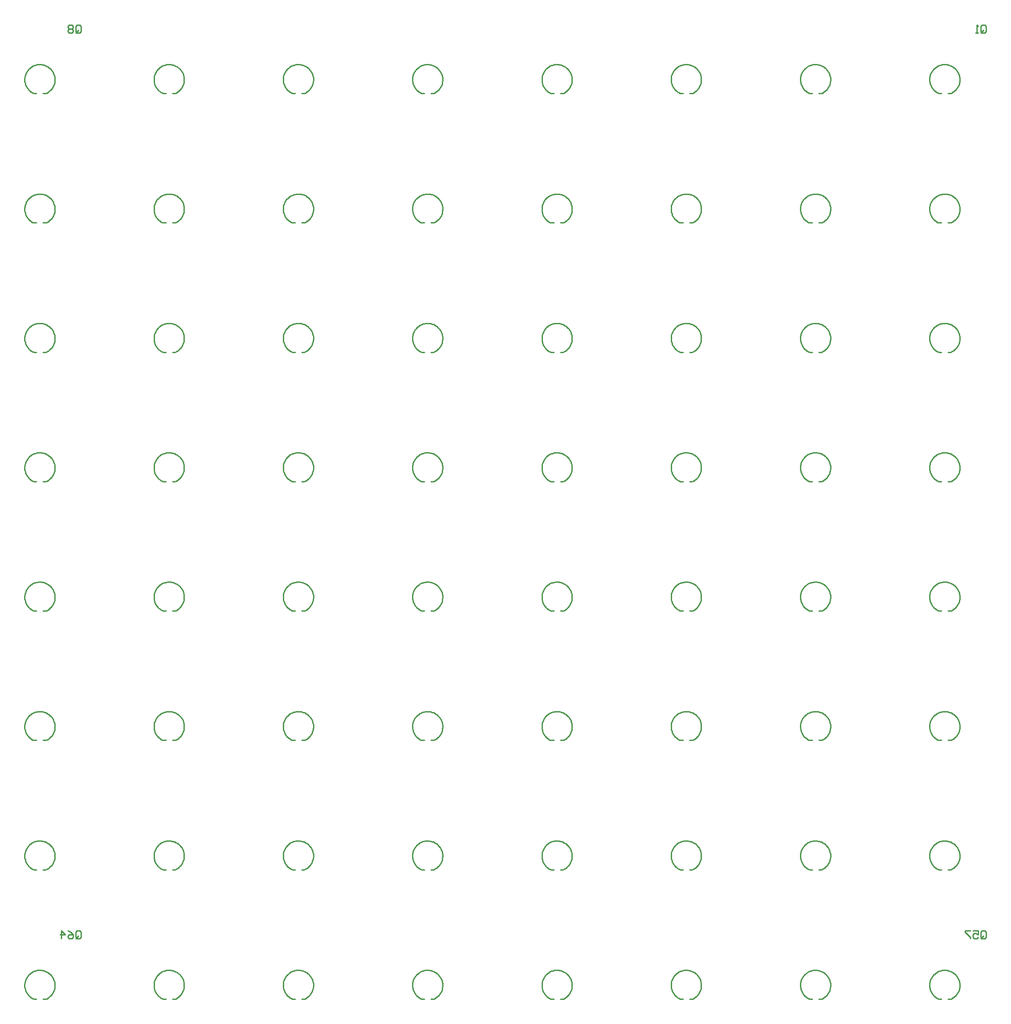
<source format=gbo>
%FSTAX23Y23*%
%MOIN*%
%SFA1B1*%

%IPPOS*%
%ADD33C,0.010000*%
%LNchronomepcbv2_2-1*%
%LPD*%
G54D33*
X09738Y10511D02*
D01*
X09745Y10514*
X09751Y10518*
X09758Y10523*
X09764Y10528*
X0977Y10534*
X09776Y10539*
X09781Y10546*
X09785Y10552*
X09789Y10559*
X09793Y10566*
X09796Y10574*
X09799Y10581*
X09801Y10589*
X09802Y10597*
X09803Y10605*
X09803Y10613*
X09803Y10621*
X09803Y10629*
X09801Y10637*
X09799Y10645*
X09797Y10652*
X09794Y1066*
X09791Y10667*
X09787Y10674*
X09782Y10681*
X09778Y10687*
X09772Y10693*
X09767Y10699*
X0976Y10704*
X09754Y10709*
X09747Y10713*
X0974Y10717*
X09733Y10721*
X09725Y10723*
X09718Y10726*
X0971Y10727*
X09702Y10729*
X09694Y10729*
X09686Y10729*
X09678Y10729*
X0967Y10728*
X09662Y10726*
X09654Y10724*
X09647Y10722*
X0964Y10719*
X09632Y10715*
X09626Y10711*
X09619Y10706*
X09613Y10701*
X09607Y10695*
X09601Y1069*
X09596Y10683*
X09592Y10677*
X09588Y1067*
X09584Y10663*
X09581Y10655*
X09578Y10648*
X09576Y1064*
X09575Y10632*
X09574Y10624*
X09574Y10616*
X09574Y10608*
X09574Y106*
X09576Y10592*
X09578Y10584*
X0958Y10577*
X09583Y10569*
X09586Y10562*
X0959Y10555*
X09595Y10548*
X09599Y10542*
X09605Y10536*
X0961Y1053*
X09617Y10525*
X09623Y1052*
X0963Y10516*
X09637Y10512*
X09642Y1051*
X08754Y10511D02*
D01*
X08761Y10514*
X08767Y10518*
X08774Y10523*
X0878Y10528*
X08786Y10534*
X08792Y10539*
X08797Y10546*
X08801Y10552*
X08805Y10559*
X08809Y10566*
X08812Y10574*
X08815Y10581*
X08817Y10589*
X08818Y10597*
X08819Y10605*
X08819Y10613*
X08819Y10621*
X08819Y10629*
X08817Y10637*
X08815Y10645*
X08813Y10652*
X0881Y1066*
X08807Y10667*
X08803Y10674*
X08798Y10681*
X08794Y10687*
X08788Y10693*
X08783Y10699*
X08776Y10704*
X0877Y10709*
X08763Y10713*
X08756Y10717*
X08749Y10721*
X08741Y10723*
X08734Y10726*
X08726Y10727*
X08718Y10729*
X0871Y10729*
X08702Y10729*
X08694Y10729*
X08686Y10728*
X08678Y10726*
X0867Y10724*
X08663Y10722*
X08656Y10719*
X08648Y10715*
X08642Y10711*
X08635Y10706*
X08629Y10701*
X08623Y10695*
X08617Y1069*
X08612Y10683*
X08608Y10677*
X08604Y1067*
X086Y10663*
X08597Y10655*
X08594Y10648*
X08592Y1064*
X08591Y10632*
X0859Y10624*
X0859Y10616*
X0859Y10608*
X0859Y106*
X08592Y10592*
X08594Y10584*
X08596Y10577*
X08599Y10569*
X08602Y10562*
X08606Y10555*
X08611Y10548*
X08615Y10542*
X08621Y10536*
X08626Y1053*
X08633Y10525*
X08639Y1052*
X08646Y10516*
X08653Y10512*
X08658Y1051*
X0777Y10511D02*
D01*
X07777Y10514*
X07783Y10518*
X0779Y10523*
X07796Y10528*
X07802Y10534*
X07808Y10539*
X07813Y10546*
X07817Y10552*
X07821Y10559*
X07825Y10566*
X07828Y10574*
X07831Y10581*
X07833Y10589*
X07834Y10597*
X07835Y10605*
X07835Y10613*
X07835Y10621*
X07835Y10629*
X07833Y10637*
X07831Y10645*
X07829Y10652*
X07826Y1066*
X07823Y10667*
X07819Y10674*
X07814Y10681*
X0781Y10687*
X07804Y10693*
X07799Y10699*
X07792Y10704*
X07786Y10709*
X07779Y10713*
X07772Y10717*
X07765Y10721*
X07757Y10723*
X0775Y10726*
X07742Y10727*
X07734Y10729*
X07726Y10729*
X07718Y10729*
X0771Y10729*
X07702Y10728*
X07694Y10726*
X07686Y10724*
X07679Y10722*
X07672Y10719*
X07664Y10715*
X07658Y10711*
X07651Y10706*
X07645Y10701*
X07639Y10695*
X07633Y1069*
X07628Y10683*
X07624Y10677*
X0762Y1067*
X07616Y10663*
X07613Y10655*
X0761Y10648*
X07608Y1064*
X07607Y10632*
X07606Y10624*
X07606Y10616*
X07606Y10608*
X07606Y106*
X07608Y10592*
X0761Y10584*
X07612Y10577*
X07615Y10569*
X07618Y10562*
X07622Y10555*
X07627Y10548*
X07631Y10542*
X07637Y10536*
X07642Y1053*
X07649Y10525*
X07655Y1052*
X07662Y10516*
X07669Y10512*
X07674Y1051*
X06786Y10511D02*
D01*
X06793Y10514*
X06799Y10518*
X06806Y10523*
X06812Y10528*
X06818Y10534*
X06824Y10539*
X06829Y10546*
X06833Y10552*
X06837Y10559*
X06841Y10566*
X06844Y10574*
X06847Y10581*
X06849Y10589*
X0685Y10597*
X06851Y10605*
X06851Y10613*
X06851Y10621*
X06851Y10629*
X06849Y10637*
X06847Y10645*
X06845Y10652*
X06842Y1066*
X06839Y10667*
X06835Y10674*
X0683Y10681*
X06826Y10687*
X0682Y10693*
X06815Y10699*
X06808Y10704*
X06802Y10709*
X06795Y10713*
X06788Y10717*
X06781Y10721*
X06773Y10723*
X06766Y10726*
X06758Y10727*
X0675Y10729*
X06742Y10729*
X06734Y10729*
X06726Y10729*
X06718Y10728*
X0671Y10726*
X06702Y10724*
X06695Y10722*
X06688Y10719*
X0668Y10715*
X06674Y10711*
X06667Y10706*
X06661Y10701*
X06655Y10695*
X06649Y1069*
X06644Y10683*
X0664Y10677*
X06636Y1067*
X06632Y10663*
X06629Y10655*
X06626Y10648*
X06624Y1064*
X06623Y10632*
X06622Y10624*
X06622Y10616*
X06622Y10608*
X06622Y106*
X06624Y10592*
X06626Y10584*
X06628Y10577*
X06631Y10569*
X06634Y10562*
X06638Y10555*
X06643Y10548*
X06647Y10542*
X06653Y10536*
X06658Y1053*
X06665Y10525*
X06671Y1052*
X06678Y10516*
X06685Y10512*
X06689Y1051*
X05801Y10511D02*
D01*
X05808Y10514*
X05814Y10518*
X05821Y10523*
X05827Y10528*
X05833Y10534*
X05839Y10539*
X05844Y10546*
X05848Y10552*
X05852Y10559*
X05856Y10566*
X05859Y10574*
X05862Y10581*
X05864Y10589*
X05865Y10597*
X05866Y10605*
X05866Y10613*
X05866Y10621*
X05866Y10629*
X05864Y10637*
X05862Y10645*
X0586Y10652*
X05857Y1066*
X05854Y10667*
X0585Y10674*
X05845Y10681*
X05841Y10687*
X05835Y10693*
X0583Y10699*
X05823Y10704*
X05817Y10709*
X0581Y10713*
X05803Y10717*
X05796Y10721*
X05788Y10723*
X05781Y10726*
X05773Y10727*
X05765Y10729*
X05757Y10729*
X05749Y10729*
X05741Y10729*
X05733Y10728*
X05725Y10726*
X05717Y10724*
X0571Y10722*
X05703Y10719*
X05695Y10715*
X05689Y10711*
X05682Y10706*
X05676Y10701*
X0567Y10695*
X05664Y1069*
X05659Y10683*
X05655Y10677*
X05651Y1067*
X05647Y10663*
X05644Y10655*
X05641Y10648*
X05639Y1064*
X05638Y10632*
X05637Y10624*
X05637Y10616*
X05637Y10608*
X05637Y106*
X05639Y10592*
X05641Y10584*
X05643Y10577*
X05646Y10569*
X05649Y10562*
X05653Y10555*
X05658Y10548*
X05662Y10542*
X05668Y10536*
X05673Y1053*
X0568Y10525*
X05686Y1052*
X05693Y10516*
X057Y10512*
X05705Y1051*
X04817Y10511D02*
D01*
X04824Y10514*
X0483Y10518*
X04837Y10523*
X04843Y10528*
X04849Y10534*
X04855Y10539*
X0486Y10546*
X04864Y10552*
X04868Y10559*
X04872Y10566*
X04875Y10574*
X04878Y10581*
X0488Y10589*
X04881Y10597*
X04882Y10605*
X04882Y10613*
X04882Y10621*
X04882Y10629*
X0488Y10637*
X04878Y10645*
X04876Y10652*
X04873Y1066*
X0487Y10667*
X04866Y10674*
X04861Y10681*
X04857Y10687*
X04851Y10693*
X04846Y10699*
X04839Y10704*
X04833Y10709*
X04826Y10713*
X04819Y10717*
X04812Y10721*
X04804Y10723*
X04797Y10726*
X04789Y10727*
X04781Y10729*
X04773Y10729*
X04765Y10729*
X04757Y10729*
X04749Y10728*
X04741Y10726*
X04733Y10724*
X04726Y10722*
X04719Y10719*
X04711Y10715*
X04705Y10711*
X04698Y10706*
X04692Y10701*
X04686Y10695*
X0468Y1069*
X04675Y10683*
X04671Y10677*
X04667Y1067*
X04663Y10663*
X0466Y10655*
X04657Y10648*
X04655Y1064*
X04654Y10632*
X04653Y10624*
X04653Y10616*
X04653Y10608*
X04653Y106*
X04655Y10592*
X04657Y10584*
X04659Y10577*
X04662Y10569*
X04665Y10562*
X04669Y10555*
X04674Y10548*
X04678Y10542*
X04684Y10536*
X04689Y1053*
X04696Y10525*
X04702Y1052*
X04709Y10516*
X04716Y10512*
X04721Y1051*
X03833Y10511D02*
D01*
X0384Y10514*
X03846Y10518*
X03853Y10523*
X03859Y10528*
X03865Y10534*
X03871Y10539*
X03876Y10546*
X0388Y10552*
X03884Y10559*
X03888Y10566*
X03891Y10574*
X03894Y10581*
X03896Y10589*
X03897Y10597*
X03898Y10605*
X03898Y10613*
X03898Y10621*
X03898Y10629*
X03896Y10637*
X03894Y10645*
X03892Y10652*
X03889Y1066*
X03886Y10667*
X03882Y10674*
X03877Y10681*
X03873Y10687*
X03867Y10693*
X03862Y10699*
X03855Y10704*
X03849Y10709*
X03842Y10713*
X03835Y10717*
X03828Y10721*
X0382Y10723*
X03813Y10726*
X03805Y10727*
X03797Y10729*
X03789Y10729*
X03781Y10729*
X03773Y10729*
X03765Y10728*
X03757Y10726*
X03749Y10724*
X03742Y10722*
X03735Y10719*
X03727Y10715*
X03721Y10711*
X03714Y10706*
X03708Y10701*
X03702Y10695*
X03696Y1069*
X03691Y10683*
X03687Y10677*
X03683Y1067*
X03679Y10663*
X03676Y10655*
X03673Y10648*
X03671Y1064*
X0367Y10632*
X03669Y10624*
X03669Y10616*
X03669Y10608*
X03669Y106*
X03671Y10592*
X03673Y10584*
X03675Y10577*
X03678Y10569*
X03681Y10562*
X03685Y10555*
X0369Y10548*
X03694Y10542*
X037Y10536*
X03705Y1053*
X03712Y10525*
X03718Y1052*
X03725Y10516*
X03732Y10512*
X03737Y1051*
X02849Y10511D02*
D01*
X02856Y10514*
X02862Y10518*
X02869Y10523*
X02875Y10528*
X02881Y10534*
X02887Y10539*
X02892Y10546*
X02896Y10552*
X029Y10559*
X02904Y10566*
X02907Y10574*
X0291Y10581*
X02912Y10589*
X02913Y10597*
X02914Y10605*
X02914Y10613*
X02914Y10621*
X02914Y10629*
X02912Y10637*
X0291Y10645*
X02908Y10652*
X02905Y1066*
X02902Y10667*
X02898Y10674*
X02893Y10681*
X02889Y10687*
X02883Y10693*
X02878Y10699*
X02871Y10704*
X02865Y10709*
X02858Y10713*
X02851Y10717*
X02844Y10721*
X02836Y10723*
X02829Y10726*
X02821Y10727*
X02813Y10729*
X02805Y10729*
X02797Y10729*
X02789Y10729*
X02781Y10728*
X02773Y10726*
X02765Y10724*
X02758Y10722*
X02751Y10719*
X02743Y10715*
X02737Y10711*
X0273Y10706*
X02724Y10701*
X02718Y10695*
X02712Y1069*
X02707Y10683*
X02703Y10677*
X02699Y1067*
X02695Y10663*
X02692Y10655*
X02689Y10648*
X02687Y1064*
X02686Y10632*
X02685Y10624*
X02685Y10616*
X02685Y10608*
X02685Y106*
X02687Y10592*
X02689Y10584*
X02691Y10577*
X02694Y10569*
X02697Y10562*
X02701Y10555*
X02706Y10548*
X0271Y10542*
X02716Y10536*
X02721Y1053*
X02728Y10525*
X02734Y1052*
X02741Y10516*
X02748Y10512*
X02752Y1051*
X09738Y09526D02*
D01*
X09745Y09529*
X09751Y09533*
X09758Y09538*
X09764Y09543*
X0977Y09549*
X09776Y09554*
X09781Y09561*
X09785Y09567*
X09789Y09574*
X09793Y09581*
X09796Y09589*
X09799Y09596*
X09801Y09604*
X09802Y09612*
X09803Y0962*
X09803Y09628*
X09803Y09636*
X09803Y09644*
X09801Y09652*
X09799Y0966*
X09797Y09667*
X09794Y09675*
X09791Y09682*
X09787Y09689*
X09782Y09696*
X09778Y09702*
X09772Y09708*
X09767Y09714*
X0976Y09719*
X09754Y09724*
X09747Y09728*
X0974Y09732*
X09733Y09736*
X09725Y09738*
X09718Y09741*
X0971Y09742*
X09702Y09744*
X09694Y09744*
X09686Y09744*
X09678Y09744*
X0967Y09743*
X09662Y09741*
X09654Y09739*
X09647Y09737*
X0964Y09734*
X09632Y0973*
X09626Y09726*
X09619Y09721*
X09613Y09716*
X09607Y0971*
X09601Y09705*
X09596Y09698*
X09592Y09692*
X09588Y09685*
X09584Y09678*
X09581Y0967*
X09578Y09663*
X09576Y09655*
X09575Y09647*
X09574Y09639*
X09574Y09631*
X09574Y09623*
X09574Y09615*
X09576Y09607*
X09578Y09599*
X0958Y09592*
X09583Y09584*
X09586Y09577*
X0959Y0957*
X09595Y09563*
X09599Y09557*
X09605Y09551*
X0961Y09545*
X09617Y0954*
X09623Y09535*
X0963Y09531*
X09637Y09527*
X09642Y09526*
X08754D02*
D01*
X08761Y09529*
X08767Y09533*
X08774Y09538*
X0878Y09543*
X08786Y09549*
X08792Y09554*
X08797Y09561*
X08801Y09567*
X08805Y09574*
X08809Y09581*
X08812Y09589*
X08815Y09596*
X08817Y09604*
X08818Y09612*
X08819Y0962*
X08819Y09628*
X08819Y09636*
X08819Y09644*
X08817Y09652*
X08815Y0966*
X08813Y09667*
X0881Y09675*
X08807Y09682*
X08803Y09689*
X08798Y09696*
X08794Y09702*
X08788Y09708*
X08783Y09714*
X08776Y09719*
X0877Y09724*
X08763Y09728*
X08756Y09732*
X08749Y09736*
X08741Y09738*
X08734Y09741*
X08726Y09742*
X08718Y09744*
X0871Y09744*
X08702Y09744*
X08694Y09744*
X08686Y09743*
X08678Y09741*
X0867Y09739*
X08663Y09737*
X08656Y09734*
X08648Y0973*
X08642Y09726*
X08635Y09721*
X08629Y09716*
X08623Y0971*
X08617Y09705*
X08612Y09698*
X08608Y09692*
X08604Y09685*
X086Y09678*
X08597Y0967*
X08594Y09663*
X08592Y09655*
X08591Y09647*
X0859Y09639*
X0859Y09631*
X0859Y09623*
X0859Y09615*
X08592Y09607*
X08594Y09599*
X08596Y09592*
X08599Y09584*
X08602Y09577*
X08606Y0957*
X08611Y09563*
X08615Y09557*
X08621Y09551*
X08626Y09545*
X08633Y0954*
X08639Y09535*
X08646Y09531*
X08653Y09527*
X08658Y09526*
X0777D02*
D01*
X07777Y09529*
X07783Y09533*
X0779Y09538*
X07796Y09543*
X07802Y09549*
X07808Y09554*
X07813Y09561*
X07817Y09567*
X07821Y09574*
X07825Y09581*
X07828Y09589*
X07831Y09596*
X07833Y09604*
X07834Y09612*
X07835Y0962*
X07835Y09628*
X07835Y09636*
X07835Y09644*
X07833Y09652*
X07831Y0966*
X07829Y09667*
X07826Y09675*
X07823Y09682*
X07819Y09689*
X07814Y09696*
X0781Y09702*
X07804Y09708*
X07799Y09714*
X07792Y09719*
X07786Y09724*
X07779Y09728*
X07772Y09732*
X07765Y09736*
X07757Y09738*
X0775Y09741*
X07742Y09742*
X07734Y09744*
X07726Y09744*
X07718Y09744*
X0771Y09744*
X07702Y09743*
X07694Y09741*
X07686Y09739*
X07679Y09737*
X07672Y09734*
X07664Y0973*
X07658Y09726*
X07651Y09721*
X07645Y09716*
X07639Y0971*
X07633Y09705*
X07628Y09698*
X07624Y09692*
X0762Y09685*
X07616Y09678*
X07613Y0967*
X0761Y09663*
X07608Y09655*
X07607Y09647*
X07606Y09639*
X07606Y09631*
X07606Y09623*
X07606Y09615*
X07608Y09607*
X0761Y09599*
X07612Y09592*
X07615Y09584*
X07618Y09577*
X07622Y0957*
X07627Y09563*
X07631Y09557*
X07637Y09551*
X07642Y09545*
X07649Y0954*
X07655Y09535*
X07662Y09531*
X07669Y09527*
X07674Y09526*
X06786D02*
D01*
X06793Y09529*
X06799Y09533*
X06806Y09538*
X06812Y09543*
X06818Y09549*
X06824Y09554*
X06829Y09561*
X06833Y09567*
X06837Y09574*
X06841Y09581*
X06844Y09589*
X06847Y09596*
X06849Y09604*
X0685Y09612*
X06851Y0962*
X06851Y09628*
X06851Y09636*
X06851Y09644*
X06849Y09652*
X06847Y0966*
X06845Y09667*
X06842Y09675*
X06839Y09682*
X06835Y09689*
X0683Y09696*
X06826Y09702*
X0682Y09708*
X06815Y09714*
X06808Y09719*
X06802Y09724*
X06795Y09728*
X06788Y09732*
X06781Y09736*
X06773Y09738*
X06766Y09741*
X06758Y09742*
X0675Y09744*
X06742Y09744*
X06734Y09744*
X06726Y09744*
X06718Y09743*
X0671Y09741*
X06702Y09739*
X06695Y09737*
X06688Y09734*
X0668Y0973*
X06674Y09726*
X06667Y09721*
X06661Y09716*
X06655Y0971*
X06649Y09705*
X06644Y09698*
X0664Y09692*
X06636Y09685*
X06632Y09678*
X06629Y0967*
X06626Y09663*
X06624Y09655*
X06623Y09647*
X06622Y09639*
X06622Y09631*
X06622Y09623*
X06622Y09615*
X06624Y09607*
X06626Y09599*
X06628Y09592*
X06631Y09584*
X06634Y09577*
X06638Y0957*
X06643Y09563*
X06647Y09557*
X06653Y09551*
X06658Y09545*
X06665Y0954*
X06671Y09535*
X06678Y09531*
X06685Y09527*
X06689Y09526*
X05801D02*
D01*
X05808Y09529*
X05814Y09533*
X05821Y09538*
X05827Y09543*
X05833Y09549*
X05839Y09554*
X05844Y09561*
X05848Y09567*
X05852Y09574*
X05856Y09581*
X05859Y09589*
X05862Y09596*
X05864Y09604*
X05865Y09612*
X05866Y0962*
X05866Y09628*
X05866Y09636*
X05866Y09644*
X05864Y09652*
X05862Y0966*
X0586Y09667*
X05857Y09675*
X05854Y09682*
X0585Y09689*
X05845Y09696*
X05841Y09702*
X05835Y09708*
X0583Y09714*
X05823Y09719*
X05817Y09724*
X0581Y09728*
X05803Y09732*
X05796Y09736*
X05788Y09738*
X05781Y09741*
X05773Y09742*
X05765Y09744*
X05757Y09744*
X05749Y09744*
X05741Y09744*
X05733Y09743*
X05725Y09741*
X05717Y09739*
X0571Y09737*
X05703Y09734*
X05695Y0973*
X05689Y09726*
X05682Y09721*
X05676Y09716*
X0567Y0971*
X05664Y09705*
X05659Y09698*
X05655Y09692*
X05651Y09685*
X05647Y09678*
X05644Y0967*
X05641Y09663*
X05639Y09655*
X05638Y09647*
X05637Y09639*
X05637Y09631*
X05637Y09623*
X05637Y09615*
X05639Y09607*
X05641Y09599*
X05643Y09592*
X05646Y09584*
X05649Y09577*
X05653Y0957*
X05658Y09563*
X05662Y09557*
X05668Y09551*
X05673Y09545*
X0568Y0954*
X05686Y09535*
X05693Y09531*
X057Y09527*
X05705Y09526*
X04817D02*
D01*
X04824Y09529*
X0483Y09533*
X04837Y09538*
X04843Y09543*
X04849Y09549*
X04855Y09554*
X0486Y09561*
X04864Y09567*
X04868Y09574*
X04872Y09581*
X04875Y09589*
X04878Y09596*
X0488Y09604*
X04881Y09612*
X04882Y0962*
X04882Y09628*
X04882Y09636*
X04882Y09644*
X0488Y09652*
X04878Y0966*
X04876Y09667*
X04873Y09675*
X0487Y09682*
X04866Y09689*
X04861Y09696*
X04857Y09702*
X04851Y09708*
X04846Y09714*
X04839Y09719*
X04833Y09724*
X04826Y09728*
X04819Y09732*
X04812Y09736*
X04804Y09738*
X04797Y09741*
X04789Y09742*
X04781Y09744*
X04773Y09744*
X04765Y09744*
X04757Y09744*
X04749Y09743*
X04741Y09741*
X04733Y09739*
X04726Y09737*
X04719Y09734*
X04711Y0973*
X04705Y09726*
X04698Y09721*
X04692Y09716*
X04686Y0971*
X0468Y09705*
X04675Y09698*
X04671Y09692*
X04667Y09685*
X04663Y09678*
X0466Y0967*
X04657Y09663*
X04655Y09655*
X04654Y09647*
X04653Y09639*
X04653Y09631*
X04653Y09623*
X04653Y09615*
X04655Y09607*
X04657Y09599*
X04659Y09592*
X04662Y09584*
X04665Y09577*
X04669Y0957*
X04674Y09563*
X04678Y09557*
X04684Y09551*
X04689Y09545*
X04696Y0954*
X04702Y09535*
X04709Y09531*
X04716Y09527*
X04721Y09526*
X03833D02*
D01*
X0384Y09529*
X03846Y09533*
X03853Y09538*
X03859Y09543*
X03865Y09549*
X03871Y09554*
X03876Y09561*
X0388Y09567*
X03884Y09574*
X03888Y09581*
X03891Y09589*
X03894Y09596*
X03896Y09604*
X03897Y09612*
X03898Y0962*
X03898Y09628*
X03898Y09636*
X03898Y09644*
X03896Y09652*
X03894Y0966*
X03892Y09667*
X03889Y09675*
X03886Y09682*
X03882Y09689*
X03877Y09696*
X03873Y09702*
X03867Y09708*
X03862Y09714*
X03855Y09719*
X03849Y09724*
X03842Y09728*
X03835Y09732*
X03828Y09736*
X0382Y09738*
X03813Y09741*
X03805Y09742*
X03797Y09744*
X03789Y09744*
X03781Y09744*
X03773Y09744*
X03765Y09743*
X03757Y09741*
X03749Y09739*
X03742Y09737*
X03735Y09734*
X03727Y0973*
X03721Y09726*
X03714Y09721*
X03708Y09716*
X03702Y0971*
X03696Y09705*
X03691Y09698*
X03687Y09692*
X03683Y09685*
X03679Y09678*
X03676Y0967*
X03673Y09663*
X03671Y09655*
X0367Y09647*
X03669Y09639*
X03669Y09631*
X03669Y09623*
X03669Y09615*
X03671Y09607*
X03673Y09599*
X03675Y09592*
X03678Y09584*
X03681Y09577*
X03685Y0957*
X0369Y09563*
X03694Y09557*
X037Y09551*
X03705Y09545*
X03712Y0954*
X03718Y09535*
X03725Y09531*
X03732Y09527*
X03737Y09526*
X02849D02*
D01*
X02856Y09529*
X02862Y09533*
X02869Y09538*
X02875Y09543*
X02881Y09549*
X02887Y09554*
X02892Y09561*
X02896Y09567*
X029Y09574*
X02904Y09581*
X02907Y09589*
X0291Y09596*
X02912Y09604*
X02913Y09612*
X02914Y0962*
X02914Y09628*
X02914Y09636*
X02914Y09644*
X02912Y09652*
X0291Y0966*
X02908Y09667*
X02905Y09675*
X02902Y09682*
X02898Y09689*
X02893Y09696*
X02889Y09702*
X02883Y09708*
X02878Y09714*
X02871Y09719*
X02865Y09724*
X02858Y09728*
X02851Y09732*
X02844Y09736*
X02836Y09738*
X02829Y09741*
X02821Y09742*
X02813Y09744*
X02805Y09744*
X02797Y09744*
X02789Y09744*
X02781Y09743*
X02773Y09741*
X02765Y09739*
X02758Y09737*
X02751Y09734*
X02743Y0973*
X02737Y09726*
X0273Y09721*
X02724Y09716*
X02718Y0971*
X02712Y09705*
X02707Y09698*
X02703Y09692*
X02699Y09685*
X02695Y09678*
X02692Y0967*
X02689Y09663*
X02687Y09655*
X02686Y09647*
X02685Y09639*
X02685Y09631*
X02685Y09623*
X02685Y09615*
X02687Y09607*
X02689Y09599*
X02691Y09592*
X02694Y09584*
X02697Y09577*
X02701Y0957*
X02706Y09563*
X0271Y09557*
X02716Y09551*
X02721Y09545*
X02728Y0954*
X02734Y09535*
X02741Y09531*
X02748Y09527*
X02752Y09526*
X09738Y08542D02*
D01*
X09745Y08545*
X09751Y08549*
X09758Y08554*
X09764Y08559*
X0977Y08565*
X09776Y0857*
X09781Y08577*
X09785Y08583*
X09789Y0859*
X09793Y08597*
X09796Y08605*
X09799Y08612*
X09801Y0862*
X09802Y08628*
X09803Y08636*
X09803Y08644*
X09803Y08652*
X09803Y0866*
X09801Y08668*
X09799Y08676*
X09797Y08683*
X09794Y08691*
X09791Y08698*
X09787Y08705*
X09782Y08712*
X09778Y08718*
X09772Y08724*
X09767Y0873*
X0976Y08735*
X09754Y0874*
X09747Y08744*
X0974Y08748*
X09733Y08752*
X09725Y08754*
X09718Y08757*
X0971Y08758*
X09702Y0876*
X09694Y0876*
X09686Y0876*
X09678Y0876*
X0967Y08759*
X09662Y08757*
X09654Y08755*
X09647Y08753*
X0964Y0875*
X09632Y08746*
X09626Y08742*
X09619Y08737*
X09613Y08732*
X09607Y08726*
X09601Y08721*
X09596Y08714*
X09592Y08708*
X09588Y08701*
X09584Y08694*
X09581Y08686*
X09578Y08679*
X09576Y08671*
X09575Y08663*
X09574Y08655*
X09574Y08647*
X09574Y08639*
X09574Y08631*
X09576Y08623*
X09578Y08615*
X0958Y08608*
X09583Y086*
X09586Y08593*
X0959Y08586*
X09595Y08579*
X09599Y08573*
X09605Y08567*
X0961Y08561*
X09617Y08556*
X09623Y08551*
X0963Y08547*
X09637Y08543*
X09642Y08542*
X08754D02*
D01*
X08761Y08545*
X08767Y08549*
X08774Y08554*
X0878Y08559*
X08786Y08565*
X08792Y0857*
X08797Y08577*
X08801Y08583*
X08805Y0859*
X08809Y08597*
X08812Y08605*
X08815Y08612*
X08817Y0862*
X08818Y08628*
X08819Y08636*
X08819Y08644*
X08819Y08652*
X08819Y0866*
X08817Y08668*
X08815Y08676*
X08813Y08683*
X0881Y08691*
X08807Y08698*
X08803Y08705*
X08798Y08712*
X08794Y08718*
X08788Y08724*
X08783Y0873*
X08776Y08735*
X0877Y0874*
X08763Y08744*
X08756Y08748*
X08749Y08752*
X08741Y08754*
X08734Y08757*
X08726Y08758*
X08718Y0876*
X0871Y0876*
X08702Y0876*
X08694Y0876*
X08686Y08759*
X08678Y08757*
X0867Y08755*
X08663Y08753*
X08656Y0875*
X08648Y08746*
X08642Y08742*
X08635Y08737*
X08629Y08732*
X08623Y08726*
X08617Y08721*
X08612Y08714*
X08608Y08708*
X08604Y08701*
X086Y08694*
X08597Y08686*
X08594Y08679*
X08592Y08671*
X08591Y08663*
X0859Y08655*
X0859Y08647*
X0859Y08639*
X0859Y08631*
X08592Y08623*
X08594Y08615*
X08596Y08608*
X08599Y086*
X08602Y08593*
X08606Y08586*
X08611Y08579*
X08615Y08573*
X08621Y08567*
X08626Y08561*
X08633Y08556*
X08639Y08551*
X08646Y08547*
X08653Y08543*
X08658Y08542*
X0777D02*
D01*
X07777Y08545*
X07783Y08549*
X0779Y08554*
X07796Y08559*
X07802Y08565*
X07808Y0857*
X07813Y08577*
X07817Y08583*
X07821Y0859*
X07825Y08597*
X07828Y08605*
X07831Y08612*
X07833Y0862*
X07834Y08628*
X07835Y08636*
X07835Y08644*
X07835Y08652*
X07835Y0866*
X07833Y08668*
X07831Y08676*
X07829Y08683*
X07826Y08691*
X07823Y08698*
X07819Y08705*
X07814Y08712*
X0781Y08718*
X07804Y08724*
X07799Y0873*
X07792Y08735*
X07786Y0874*
X07779Y08744*
X07772Y08748*
X07765Y08752*
X07757Y08754*
X0775Y08757*
X07742Y08758*
X07734Y0876*
X07726Y0876*
X07718Y0876*
X0771Y0876*
X07702Y08759*
X07694Y08757*
X07686Y08755*
X07679Y08753*
X07672Y0875*
X07664Y08746*
X07658Y08742*
X07651Y08737*
X07645Y08732*
X07639Y08726*
X07633Y08721*
X07628Y08714*
X07624Y08708*
X0762Y08701*
X07616Y08694*
X07613Y08686*
X0761Y08679*
X07608Y08671*
X07607Y08663*
X07606Y08655*
X07606Y08647*
X07606Y08639*
X07606Y08631*
X07608Y08623*
X0761Y08615*
X07612Y08608*
X07615Y086*
X07618Y08593*
X07622Y08586*
X07627Y08579*
X07631Y08573*
X07637Y08567*
X07642Y08561*
X07649Y08556*
X07655Y08551*
X07662Y08547*
X07669Y08543*
X07674Y08542*
X06786D02*
D01*
X06793Y08545*
X06799Y08549*
X06806Y08554*
X06812Y08559*
X06818Y08565*
X06824Y0857*
X06829Y08577*
X06833Y08583*
X06837Y0859*
X06841Y08597*
X06844Y08605*
X06847Y08612*
X06849Y0862*
X0685Y08628*
X06851Y08636*
X06851Y08644*
X06851Y08652*
X06851Y0866*
X06849Y08668*
X06847Y08676*
X06845Y08683*
X06842Y08691*
X06839Y08698*
X06835Y08705*
X0683Y08712*
X06826Y08718*
X0682Y08724*
X06815Y0873*
X06808Y08735*
X06802Y0874*
X06795Y08744*
X06788Y08748*
X06781Y08752*
X06773Y08754*
X06766Y08757*
X06758Y08758*
X0675Y0876*
X06742Y0876*
X06734Y0876*
X06726Y0876*
X06718Y08759*
X0671Y08757*
X06702Y08755*
X06695Y08753*
X06688Y0875*
X0668Y08746*
X06674Y08742*
X06667Y08737*
X06661Y08732*
X06655Y08726*
X06649Y08721*
X06644Y08714*
X0664Y08708*
X06636Y08701*
X06632Y08694*
X06629Y08686*
X06626Y08679*
X06624Y08671*
X06623Y08663*
X06622Y08655*
X06622Y08647*
X06622Y08639*
X06622Y08631*
X06624Y08623*
X06626Y08615*
X06628Y08608*
X06631Y086*
X06634Y08593*
X06638Y08586*
X06643Y08579*
X06647Y08573*
X06653Y08567*
X06658Y08561*
X06665Y08556*
X06671Y08551*
X06678Y08547*
X06685Y08543*
X06689Y08542*
X05801D02*
D01*
X05808Y08545*
X05814Y08549*
X05821Y08554*
X05827Y08559*
X05833Y08565*
X05839Y0857*
X05844Y08577*
X05848Y08583*
X05852Y0859*
X05856Y08597*
X05859Y08605*
X05862Y08612*
X05864Y0862*
X05865Y08628*
X05866Y08636*
X05866Y08644*
X05866Y08652*
X05866Y0866*
X05864Y08668*
X05862Y08676*
X0586Y08683*
X05857Y08691*
X05854Y08698*
X0585Y08705*
X05845Y08712*
X05841Y08718*
X05835Y08724*
X0583Y0873*
X05823Y08735*
X05817Y0874*
X0581Y08744*
X05803Y08748*
X05796Y08752*
X05788Y08754*
X05781Y08757*
X05773Y08758*
X05765Y0876*
X05757Y0876*
X05749Y0876*
X05741Y0876*
X05733Y08759*
X05725Y08757*
X05717Y08755*
X0571Y08753*
X05703Y0875*
X05695Y08746*
X05689Y08742*
X05682Y08737*
X05676Y08732*
X0567Y08726*
X05664Y08721*
X05659Y08714*
X05655Y08708*
X05651Y08701*
X05647Y08694*
X05644Y08686*
X05641Y08679*
X05639Y08671*
X05638Y08663*
X05637Y08655*
X05637Y08647*
X05637Y08639*
X05637Y08631*
X05639Y08623*
X05641Y08615*
X05643Y08608*
X05646Y086*
X05649Y08593*
X05653Y08586*
X05658Y08579*
X05662Y08573*
X05668Y08567*
X05673Y08561*
X0568Y08556*
X05686Y08551*
X05693Y08547*
X057Y08543*
X05705Y08542*
X04817D02*
D01*
X04824Y08545*
X0483Y08549*
X04837Y08554*
X04843Y08559*
X04849Y08565*
X04855Y0857*
X0486Y08577*
X04864Y08583*
X04868Y0859*
X04872Y08597*
X04875Y08605*
X04878Y08612*
X0488Y0862*
X04881Y08628*
X04882Y08636*
X04882Y08644*
X04882Y08652*
X04882Y0866*
X0488Y08668*
X04878Y08676*
X04876Y08683*
X04873Y08691*
X0487Y08698*
X04866Y08705*
X04861Y08712*
X04857Y08718*
X04851Y08724*
X04846Y0873*
X04839Y08735*
X04833Y0874*
X04826Y08744*
X04819Y08748*
X04812Y08752*
X04804Y08754*
X04797Y08757*
X04789Y08758*
X04781Y0876*
X04773Y0876*
X04765Y0876*
X04757Y0876*
X04749Y08759*
X04741Y08757*
X04733Y08755*
X04726Y08753*
X04719Y0875*
X04711Y08746*
X04705Y08742*
X04698Y08737*
X04692Y08732*
X04686Y08726*
X0468Y08721*
X04675Y08714*
X04671Y08708*
X04667Y08701*
X04663Y08694*
X0466Y08686*
X04657Y08679*
X04655Y08671*
X04654Y08663*
X04653Y08655*
X04653Y08647*
X04653Y08639*
X04653Y08631*
X04655Y08623*
X04657Y08615*
X04659Y08608*
X04662Y086*
X04665Y08593*
X04669Y08586*
X04674Y08579*
X04678Y08573*
X04684Y08567*
X04689Y08561*
X04696Y08556*
X04702Y08551*
X04709Y08547*
X04716Y08543*
X04721Y08542*
X03833D02*
D01*
X0384Y08545*
X03846Y08549*
X03853Y08554*
X03859Y08559*
X03865Y08565*
X03871Y0857*
X03876Y08577*
X0388Y08583*
X03884Y0859*
X03888Y08597*
X03891Y08605*
X03894Y08612*
X03896Y0862*
X03897Y08628*
X03898Y08636*
X03898Y08644*
X03898Y08652*
X03898Y0866*
X03896Y08668*
X03894Y08676*
X03892Y08683*
X03889Y08691*
X03886Y08698*
X03882Y08705*
X03877Y08712*
X03873Y08718*
X03867Y08724*
X03862Y0873*
X03855Y08735*
X03849Y0874*
X03842Y08744*
X03835Y08748*
X03828Y08752*
X0382Y08754*
X03813Y08757*
X03805Y08758*
X03797Y0876*
X03789Y0876*
X03781Y0876*
X03773Y0876*
X03765Y08759*
X03757Y08757*
X03749Y08755*
X03742Y08753*
X03735Y0875*
X03727Y08746*
X03721Y08742*
X03714Y08737*
X03708Y08732*
X03702Y08726*
X03696Y08721*
X03691Y08714*
X03687Y08708*
X03683Y08701*
X03679Y08694*
X03676Y08686*
X03673Y08679*
X03671Y08671*
X0367Y08663*
X03669Y08655*
X03669Y08647*
X03669Y08639*
X03669Y08631*
X03671Y08623*
X03673Y08615*
X03675Y08608*
X03678Y086*
X03681Y08593*
X03685Y08586*
X0369Y08579*
X03694Y08573*
X037Y08567*
X03705Y08561*
X03712Y08556*
X03718Y08551*
X03725Y08547*
X03732Y08543*
X03737Y08542*
X02849D02*
D01*
X02856Y08545*
X02862Y08549*
X02869Y08554*
X02875Y08559*
X02881Y08565*
X02887Y0857*
X02892Y08577*
X02896Y08583*
X029Y0859*
X02904Y08597*
X02907Y08605*
X0291Y08612*
X02912Y0862*
X02913Y08628*
X02914Y08636*
X02914Y08644*
X02914Y08652*
X02914Y0866*
X02912Y08668*
X0291Y08676*
X02908Y08683*
X02905Y08691*
X02902Y08698*
X02898Y08705*
X02893Y08712*
X02889Y08718*
X02883Y08724*
X02878Y0873*
X02871Y08735*
X02865Y0874*
X02858Y08744*
X02851Y08748*
X02844Y08752*
X02836Y08754*
X02829Y08757*
X02821Y08758*
X02813Y0876*
X02805Y0876*
X02797Y0876*
X02789Y0876*
X02781Y08759*
X02773Y08757*
X02765Y08755*
X02758Y08753*
X02751Y0875*
X02743Y08746*
X02737Y08742*
X0273Y08737*
X02724Y08732*
X02718Y08726*
X02712Y08721*
X02707Y08714*
X02703Y08708*
X02699Y08701*
X02695Y08694*
X02692Y08686*
X02689Y08679*
X02687Y08671*
X02686Y08663*
X02685Y08655*
X02685Y08647*
X02685Y08639*
X02685Y08631*
X02687Y08623*
X02689Y08615*
X02691Y08608*
X02694Y086*
X02697Y08593*
X02701Y08586*
X02706Y08579*
X0271Y08573*
X02716Y08567*
X02721Y08561*
X02728Y08556*
X02734Y08551*
X02741Y08547*
X02748Y08543*
X02752Y08542*
X09738Y07558D02*
D01*
X09745Y07561*
X09751Y07565*
X09758Y0757*
X09764Y07575*
X0977Y07581*
X09776Y07586*
X09781Y07593*
X09785Y07599*
X09789Y07606*
X09793Y07613*
X09796Y07621*
X09799Y07628*
X09801Y07636*
X09802Y07644*
X09803Y07652*
X09803Y0766*
X09803Y07668*
X09803Y07676*
X09801Y07684*
X09799Y07692*
X09797Y07699*
X09794Y07707*
X09791Y07714*
X09787Y07721*
X09782Y07728*
X09778Y07734*
X09772Y0774*
X09767Y07746*
X0976Y07751*
X09754Y07756*
X09747Y0776*
X0974Y07764*
X09733Y07768*
X09725Y0777*
X09718Y07773*
X0971Y07774*
X09702Y07776*
X09694Y07776*
X09686Y07776*
X09678Y07776*
X0967Y07775*
X09662Y07773*
X09654Y07771*
X09647Y07769*
X0964Y07766*
X09632Y07762*
X09626Y07758*
X09619Y07753*
X09613Y07748*
X09607Y07742*
X09601Y07737*
X09596Y0773*
X09592Y07724*
X09588Y07717*
X09584Y0771*
X09581Y07702*
X09578Y07695*
X09576Y07687*
X09575Y07679*
X09574Y07671*
X09574Y07663*
X09574Y07655*
X09574Y07647*
X09576Y07639*
X09578Y07631*
X0958Y07624*
X09583Y07616*
X09586Y07609*
X0959Y07602*
X09595Y07595*
X09599Y07589*
X09605Y07583*
X0961Y07577*
X09617Y07572*
X09623Y07567*
X0963Y07563*
X09637Y07559*
X09642Y07557*
X08754Y07558D02*
D01*
X08761Y07561*
X08767Y07565*
X08774Y0757*
X0878Y07575*
X08786Y07581*
X08792Y07586*
X08797Y07593*
X08801Y07599*
X08805Y07606*
X08809Y07613*
X08812Y07621*
X08815Y07628*
X08817Y07636*
X08818Y07644*
X08819Y07652*
X08819Y0766*
X08819Y07668*
X08819Y07676*
X08817Y07684*
X08815Y07692*
X08813Y07699*
X0881Y07707*
X08807Y07714*
X08803Y07721*
X08798Y07728*
X08794Y07734*
X08788Y0774*
X08783Y07746*
X08776Y07751*
X0877Y07756*
X08763Y0776*
X08756Y07764*
X08749Y07768*
X08741Y0777*
X08734Y07773*
X08726Y07774*
X08718Y07776*
X0871Y07776*
X08702Y07776*
X08694Y07776*
X08686Y07775*
X08678Y07773*
X0867Y07771*
X08663Y07769*
X08656Y07766*
X08648Y07762*
X08642Y07758*
X08635Y07753*
X08629Y07748*
X08623Y07742*
X08617Y07737*
X08612Y0773*
X08608Y07724*
X08604Y07717*
X086Y0771*
X08597Y07702*
X08594Y07695*
X08592Y07687*
X08591Y07679*
X0859Y07671*
X0859Y07663*
X0859Y07655*
X0859Y07647*
X08592Y07639*
X08594Y07631*
X08596Y07624*
X08599Y07616*
X08602Y07609*
X08606Y07602*
X08611Y07595*
X08615Y07589*
X08621Y07583*
X08626Y07577*
X08633Y07572*
X08639Y07567*
X08646Y07563*
X08653Y07559*
X08658Y07557*
X0777Y07558D02*
D01*
X07777Y07561*
X07783Y07565*
X0779Y0757*
X07796Y07575*
X07802Y07581*
X07808Y07586*
X07813Y07593*
X07817Y07599*
X07821Y07606*
X07825Y07613*
X07828Y07621*
X07831Y07628*
X07833Y07636*
X07834Y07644*
X07835Y07652*
X07835Y0766*
X07835Y07668*
X07835Y07676*
X07833Y07684*
X07831Y07692*
X07829Y07699*
X07826Y07707*
X07823Y07714*
X07819Y07721*
X07814Y07728*
X0781Y07734*
X07804Y0774*
X07799Y07746*
X07792Y07751*
X07786Y07756*
X07779Y0776*
X07772Y07764*
X07765Y07768*
X07757Y0777*
X0775Y07773*
X07742Y07774*
X07734Y07776*
X07726Y07776*
X07718Y07776*
X0771Y07776*
X07702Y07775*
X07694Y07773*
X07686Y07771*
X07679Y07769*
X07672Y07766*
X07664Y07762*
X07658Y07758*
X07651Y07753*
X07645Y07748*
X07639Y07742*
X07633Y07737*
X07628Y0773*
X07624Y07724*
X0762Y07717*
X07616Y0771*
X07613Y07702*
X0761Y07695*
X07608Y07687*
X07607Y07679*
X07606Y07671*
X07606Y07663*
X07606Y07655*
X07606Y07647*
X07608Y07639*
X0761Y07631*
X07612Y07624*
X07615Y07616*
X07618Y07609*
X07622Y07602*
X07627Y07595*
X07631Y07589*
X07637Y07583*
X07642Y07577*
X07649Y07572*
X07655Y07567*
X07662Y07563*
X07669Y07559*
X07674Y07557*
X06786Y07558D02*
D01*
X06793Y07561*
X06799Y07565*
X06806Y0757*
X06812Y07575*
X06818Y07581*
X06824Y07586*
X06829Y07593*
X06833Y07599*
X06837Y07606*
X06841Y07613*
X06844Y07621*
X06847Y07628*
X06849Y07636*
X0685Y07644*
X06851Y07652*
X06851Y0766*
X06851Y07668*
X06851Y07676*
X06849Y07684*
X06847Y07692*
X06845Y07699*
X06842Y07707*
X06839Y07714*
X06835Y07721*
X0683Y07728*
X06826Y07734*
X0682Y0774*
X06815Y07746*
X06808Y07751*
X06802Y07756*
X06795Y0776*
X06788Y07764*
X06781Y07768*
X06773Y0777*
X06766Y07773*
X06758Y07774*
X0675Y07776*
X06742Y07776*
X06734Y07776*
X06726Y07776*
X06718Y07775*
X0671Y07773*
X06702Y07771*
X06695Y07769*
X06688Y07766*
X0668Y07762*
X06674Y07758*
X06667Y07753*
X06661Y07748*
X06655Y07742*
X06649Y07737*
X06644Y0773*
X0664Y07724*
X06636Y07717*
X06632Y0771*
X06629Y07702*
X06626Y07695*
X06624Y07687*
X06623Y07679*
X06622Y07671*
X06622Y07663*
X06622Y07655*
X06622Y07647*
X06624Y07639*
X06626Y07631*
X06628Y07624*
X06631Y07616*
X06634Y07609*
X06638Y07602*
X06643Y07595*
X06647Y07589*
X06653Y07583*
X06658Y07577*
X06665Y07572*
X06671Y07567*
X06678Y07563*
X06685Y07559*
X06689Y07557*
X05801Y07558D02*
D01*
X05808Y07561*
X05814Y07565*
X05821Y0757*
X05827Y07575*
X05833Y07581*
X05839Y07586*
X05844Y07593*
X05848Y07599*
X05852Y07606*
X05856Y07613*
X05859Y07621*
X05862Y07628*
X05864Y07636*
X05865Y07644*
X05866Y07652*
X05866Y0766*
X05866Y07668*
X05866Y07676*
X05864Y07684*
X05862Y07692*
X0586Y07699*
X05857Y07707*
X05854Y07714*
X0585Y07721*
X05845Y07728*
X05841Y07734*
X05835Y0774*
X0583Y07746*
X05823Y07751*
X05817Y07756*
X0581Y0776*
X05803Y07764*
X05796Y07768*
X05788Y0777*
X05781Y07773*
X05773Y07774*
X05765Y07776*
X05757Y07776*
X05749Y07776*
X05741Y07776*
X05733Y07775*
X05725Y07773*
X05717Y07771*
X0571Y07769*
X05703Y07766*
X05695Y07762*
X05689Y07758*
X05682Y07753*
X05676Y07748*
X0567Y07742*
X05664Y07737*
X05659Y0773*
X05655Y07724*
X05651Y07717*
X05647Y0771*
X05644Y07702*
X05641Y07695*
X05639Y07687*
X05638Y07679*
X05637Y07671*
X05637Y07663*
X05637Y07655*
X05637Y07647*
X05639Y07639*
X05641Y07631*
X05643Y07624*
X05646Y07616*
X05649Y07609*
X05653Y07602*
X05658Y07595*
X05662Y07589*
X05668Y07583*
X05673Y07577*
X0568Y07572*
X05686Y07567*
X05693Y07563*
X057Y07559*
X05705Y07557*
X04817Y07558D02*
D01*
X04824Y07561*
X0483Y07565*
X04837Y0757*
X04843Y07575*
X04849Y07581*
X04855Y07586*
X0486Y07593*
X04864Y07599*
X04868Y07606*
X04872Y07613*
X04875Y07621*
X04878Y07628*
X0488Y07636*
X04881Y07644*
X04882Y07652*
X04882Y0766*
X04882Y07668*
X04882Y07676*
X0488Y07684*
X04878Y07692*
X04876Y07699*
X04873Y07707*
X0487Y07714*
X04866Y07721*
X04861Y07728*
X04857Y07734*
X04851Y0774*
X04846Y07746*
X04839Y07751*
X04833Y07756*
X04826Y0776*
X04819Y07764*
X04812Y07768*
X04804Y0777*
X04797Y07773*
X04789Y07774*
X04781Y07776*
X04773Y07776*
X04765Y07776*
X04757Y07776*
X04749Y07775*
X04741Y07773*
X04733Y07771*
X04726Y07769*
X04719Y07766*
X04711Y07762*
X04705Y07758*
X04698Y07753*
X04692Y07748*
X04686Y07742*
X0468Y07737*
X04675Y0773*
X04671Y07724*
X04667Y07717*
X04663Y0771*
X0466Y07702*
X04657Y07695*
X04655Y07687*
X04654Y07679*
X04653Y07671*
X04653Y07663*
X04653Y07655*
X04653Y07647*
X04655Y07639*
X04657Y07631*
X04659Y07624*
X04662Y07616*
X04665Y07609*
X04669Y07602*
X04674Y07595*
X04678Y07589*
X04684Y07583*
X04689Y07577*
X04696Y07572*
X04702Y07567*
X04709Y07563*
X04716Y07559*
X04721Y07557*
X03833Y07558D02*
D01*
X0384Y07561*
X03846Y07565*
X03853Y0757*
X03859Y07575*
X03865Y07581*
X03871Y07586*
X03876Y07593*
X0388Y07599*
X03884Y07606*
X03888Y07613*
X03891Y07621*
X03894Y07628*
X03896Y07636*
X03897Y07644*
X03898Y07652*
X03898Y0766*
X03898Y07668*
X03898Y07676*
X03896Y07684*
X03894Y07692*
X03892Y07699*
X03889Y07707*
X03886Y07714*
X03882Y07721*
X03877Y07728*
X03873Y07734*
X03867Y0774*
X03862Y07746*
X03855Y07751*
X03849Y07756*
X03842Y0776*
X03835Y07764*
X03828Y07768*
X0382Y0777*
X03813Y07773*
X03805Y07774*
X03797Y07776*
X03789Y07776*
X03781Y07776*
X03773Y07776*
X03765Y07775*
X03757Y07773*
X03749Y07771*
X03742Y07769*
X03735Y07766*
X03727Y07762*
X03721Y07758*
X03714Y07753*
X03708Y07748*
X03702Y07742*
X03696Y07737*
X03691Y0773*
X03687Y07724*
X03683Y07717*
X03679Y0771*
X03676Y07702*
X03673Y07695*
X03671Y07687*
X0367Y07679*
X03669Y07671*
X03669Y07663*
X03669Y07655*
X03669Y07647*
X03671Y07639*
X03673Y07631*
X03675Y07624*
X03678Y07616*
X03681Y07609*
X03685Y07602*
X0369Y07595*
X03694Y07589*
X037Y07583*
X03705Y07577*
X03712Y07572*
X03718Y07567*
X03725Y07563*
X03732Y07559*
X03737Y07557*
X02849Y07558D02*
D01*
X02856Y07561*
X02862Y07565*
X02869Y0757*
X02875Y07575*
X02881Y07581*
X02887Y07586*
X02892Y07593*
X02896Y07599*
X029Y07606*
X02904Y07613*
X02907Y07621*
X0291Y07628*
X02912Y07636*
X02913Y07644*
X02914Y07652*
X02914Y0766*
X02914Y07668*
X02914Y07676*
X02912Y07684*
X0291Y07692*
X02908Y07699*
X02905Y07707*
X02902Y07714*
X02898Y07721*
X02893Y07728*
X02889Y07734*
X02883Y0774*
X02878Y07746*
X02871Y07751*
X02865Y07756*
X02858Y0776*
X02851Y07764*
X02844Y07768*
X02836Y0777*
X02829Y07773*
X02821Y07774*
X02813Y07776*
X02805Y07776*
X02797Y07776*
X02789Y07776*
X02781Y07775*
X02773Y07773*
X02765Y07771*
X02758Y07769*
X02751Y07766*
X02743Y07762*
X02737Y07758*
X0273Y07753*
X02724Y07748*
X02718Y07742*
X02712Y07737*
X02707Y0773*
X02703Y07724*
X02699Y07717*
X02695Y0771*
X02692Y07702*
X02689Y07695*
X02687Y07687*
X02686Y07679*
X02685Y07671*
X02685Y07663*
X02685Y07655*
X02685Y07647*
X02687Y07639*
X02689Y07631*
X02691Y07624*
X02694Y07616*
X02697Y07609*
X02701Y07602*
X02706Y07595*
X0271Y07589*
X02716Y07583*
X02721Y07577*
X02728Y07572*
X02734Y07567*
X02741Y07563*
X02748Y07559*
X02752Y07557*
X09738Y06574D02*
D01*
X09745Y06577*
X09751Y06581*
X09758Y06586*
X09764Y06591*
X0977Y06597*
X09776Y06602*
X09781Y06609*
X09785Y06615*
X09789Y06622*
X09793Y06629*
X09796Y06637*
X09799Y06644*
X09801Y06652*
X09802Y0666*
X09803Y06668*
X09803Y06676*
X09803Y06684*
X09803Y06692*
X09801Y067*
X09799Y06708*
X09797Y06715*
X09794Y06723*
X09791Y0673*
X09787Y06737*
X09782Y06744*
X09778Y0675*
X09772Y06756*
X09767Y06762*
X0976Y06767*
X09754Y06772*
X09747Y06776*
X0974Y0678*
X09733Y06784*
X09725Y06786*
X09718Y06789*
X0971Y0679*
X09702Y06792*
X09694Y06792*
X09686Y06792*
X09678Y06792*
X0967Y06791*
X09662Y06789*
X09654Y06787*
X09647Y06785*
X0964Y06782*
X09632Y06778*
X09626Y06774*
X09619Y06769*
X09613Y06764*
X09607Y06758*
X09601Y06753*
X09596Y06746*
X09592Y0674*
X09588Y06733*
X09584Y06726*
X09581Y06718*
X09578Y06711*
X09576Y06703*
X09575Y06695*
X09574Y06687*
X09574Y06679*
X09574Y06671*
X09574Y06663*
X09576Y06655*
X09578Y06647*
X0958Y0664*
X09583Y06632*
X09586Y06625*
X0959Y06618*
X09595Y06611*
X09599Y06605*
X09605Y06599*
X0961Y06593*
X09617Y06588*
X09623Y06583*
X0963Y06579*
X09637Y06575*
X09642Y06573*
X08754Y06574D02*
D01*
X08761Y06577*
X08767Y06581*
X08774Y06586*
X0878Y06591*
X08786Y06597*
X08792Y06602*
X08797Y06609*
X08801Y06615*
X08805Y06622*
X08809Y06629*
X08812Y06637*
X08815Y06644*
X08817Y06652*
X08818Y0666*
X08819Y06668*
X08819Y06676*
X08819Y06684*
X08819Y06692*
X08817Y067*
X08815Y06708*
X08813Y06715*
X0881Y06723*
X08807Y0673*
X08803Y06737*
X08798Y06744*
X08794Y0675*
X08788Y06756*
X08783Y06762*
X08776Y06767*
X0877Y06772*
X08763Y06776*
X08756Y0678*
X08749Y06784*
X08741Y06786*
X08734Y06789*
X08726Y0679*
X08718Y06792*
X0871Y06792*
X08702Y06792*
X08694Y06792*
X08686Y06791*
X08678Y06789*
X0867Y06787*
X08663Y06785*
X08656Y06782*
X08648Y06778*
X08642Y06774*
X08635Y06769*
X08629Y06764*
X08623Y06758*
X08617Y06753*
X08612Y06746*
X08608Y0674*
X08604Y06733*
X086Y06726*
X08597Y06718*
X08594Y06711*
X08592Y06703*
X08591Y06695*
X0859Y06687*
X0859Y06679*
X0859Y06671*
X0859Y06663*
X08592Y06655*
X08594Y06647*
X08596Y0664*
X08599Y06632*
X08602Y06625*
X08606Y06618*
X08611Y06611*
X08615Y06605*
X08621Y06599*
X08626Y06593*
X08633Y06588*
X08639Y06583*
X08646Y06579*
X08653Y06575*
X08658Y06573*
X0777Y06574D02*
D01*
X07777Y06577*
X07783Y06581*
X0779Y06586*
X07796Y06591*
X07802Y06597*
X07808Y06602*
X07813Y06609*
X07817Y06615*
X07821Y06622*
X07825Y06629*
X07828Y06637*
X07831Y06644*
X07833Y06652*
X07834Y0666*
X07835Y06668*
X07835Y06676*
X07835Y06684*
X07835Y06692*
X07833Y067*
X07831Y06708*
X07829Y06715*
X07826Y06723*
X07823Y0673*
X07819Y06737*
X07814Y06744*
X0781Y0675*
X07804Y06756*
X07799Y06762*
X07792Y06767*
X07786Y06772*
X07779Y06776*
X07772Y0678*
X07765Y06784*
X07757Y06786*
X0775Y06789*
X07742Y0679*
X07734Y06792*
X07726Y06792*
X07718Y06792*
X0771Y06792*
X07702Y06791*
X07694Y06789*
X07686Y06787*
X07679Y06785*
X07672Y06782*
X07664Y06778*
X07658Y06774*
X07651Y06769*
X07645Y06764*
X07639Y06758*
X07633Y06753*
X07628Y06746*
X07624Y0674*
X0762Y06733*
X07616Y06726*
X07613Y06718*
X0761Y06711*
X07608Y06703*
X07607Y06695*
X07606Y06687*
X07606Y06679*
X07606Y06671*
X07606Y06663*
X07608Y06655*
X0761Y06647*
X07612Y0664*
X07615Y06632*
X07618Y06625*
X07622Y06618*
X07627Y06611*
X07631Y06605*
X07637Y06599*
X07642Y06593*
X07649Y06588*
X07655Y06583*
X07662Y06579*
X07669Y06575*
X07674Y06573*
X06786Y06574D02*
D01*
X06793Y06577*
X06799Y06581*
X06806Y06586*
X06812Y06591*
X06818Y06597*
X06824Y06602*
X06829Y06609*
X06833Y06615*
X06837Y06622*
X06841Y06629*
X06844Y06637*
X06847Y06644*
X06849Y06652*
X0685Y0666*
X06851Y06668*
X06851Y06676*
X06851Y06684*
X06851Y06692*
X06849Y067*
X06847Y06708*
X06845Y06715*
X06842Y06723*
X06839Y0673*
X06835Y06737*
X0683Y06744*
X06826Y0675*
X0682Y06756*
X06815Y06762*
X06808Y06767*
X06802Y06772*
X06795Y06776*
X06788Y0678*
X06781Y06784*
X06773Y06786*
X06766Y06789*
X06758Y0679*
X0675Y06792*
X06742Y06792*
X06734Y06792*
X06726Y06792*
X06718Y06791*
X0671Y06789*
X06702Y06787*
X06695Y06785*
X06688Y06782*
X0668Y06778*
X06674Y06774*
X06667Y06769*
X06661Y06764*
X06655Y06758*
X06649Y06753*
X06644Y06746*
X0664Y0674*
X06636Y06733*
X06632Y06726*
X06629Y06718*
X06626Y06711*
X06624Y06703*
X06623Y06695*
X06622Y06687*
X06622Y06679*
X06622Y06671*
X06622Y06663*
X06624Y06655*
X06626Y06647*
X06628Y0664*
X06631Y06632*
X06634Y06625*
X06638Y06618*
X06643Y06611*
X06647Y06605*
X06653Y06599*
X06658Y06593*
X06665Y06588*
X06671Y06583*
X06678Y06579*
X06685Y06575*
X06689Y06573*
X05801Y06574D02*
D01*
X05808Y06577*
X05814Y06581*
X05821Y06586*
X05827Y06591*
X05833Y06597*
X05839Y06602*
X05844Y06609*
X05848Y06615*
X05852Y06622*
X05856Y06629*
X05859Y06637*
X05862Y06644*
X05864Y06652*
X05865Y0666*
X05866Y06668*
X05866Y06676*
X05866Y06684*
X05866Y06692*
X05864Y067*
X05862Y06708*
X0586Y06715*
X05857Y06723*
X05854Y0673*
X0585Y06737*
X05845Y06744*
X05841Y0675*
X05835Y06756*
X0583Y06762*
X05823Y06767*
X05817Y06772*
X0581Y06776*
X05803Y0678*
X05796Y06784*
X05788Y06786*
X05781Y06789*
X05773Y0679*
X05765Y06792*
X05757Y06792*
X05749Y06792*
X05741Y06792*
X05733Y06791*
X05725Y06789*
X05717Y06787*
X0571Y06785*
X05703Y06782*
X05695Y06778*
X05689Y06774*
X05682Y06769*
X05676Y06764*
X0567Y06758*
X05664Y06753*
X05659Y06746*
X05655Y0674*
X05651Y06733*
X05647Y06726*
X05644Y06718*
X05641Y06711*
X05639Y06703*
X05638Y06695*
X05637Y06687*
X05637Y06679*
X05637Y06671*
X05637Y06663*
X05639Y06655*
X05641Y06647*
X05643Y0664*
X05646Y06632*
X05649Y06625*
X05653Y06618*
X05658Y06611*
X05662Y06605*
X05668Y06599*
X05673Y06593*
X0568Y06588*
X05686Y06583*
X05693Y06579*
X057Y06575*
X05705Y06573*
X04817Y06574D02*
D01*
X04824Y06577*
X0483Y06581*
X04837Y06586*
X04843Y06591*
X04849Y06597*
X04855Y06602*
X0486Y06609*
X04864Y06615*
X04868Y06622*
X04872Y06629*
X04875Y06637*
X04878Y06644*
X0488Y06652*
X04881Y0666*
X04882Y06668*
X04882Y06676*
X04882Y06684*
X04882Y06692*
X0488Y067*
X04878Y06708*
X04876Y06715*
X04873Y06723*
X0487Y0673*
X04866Y06737*
X04861Y06744*
X04857Y0675*
X04851Y06756*
X04846Y06762*
X04839Y06767*
X04833Y06772*
X04826Y06776*
X04819Y0678*
X04812Y06784*
X04804Y06786*
X04797Y06789*
X04789Y0679*
X04781Y06792*
X04773Y06792*
X04765Y06792*
X04757Y06792*
X04749Y06791*
X04741Y06789*
X04733Y06787*
X04726Y06785*
X04719Y06782*
X04711Y06778*
X04705Y06774*
X04698Y06769*
X04692Y06764*
X04686Y06758*
X0468Y06753*
X04675Y06746*
X04671Y0674*
X04667Y06733*
X04663Y06726*
X0466Y06718*
X04657Y06711*
X04655Y06703*
X04654Y06695*
X04653Y06687*
X04653Y06679*
X04653Y06671*
X04653Y06663*
X04655Y06655*
X04657Y06647*
X04659Y0664*
X04662Y06632*
X04665Y06625*
X04669Y06618*
X04674Y06611*
X04678Y06605*
X04684Y06599*
X04689Y06593*
X04696Y06588*
X04702Y06583*
X04709Y06579*
X04716Y06575*
X04721Y06573*
X03833Y06574D02*
D01*
X0384Y06577*
X03846Y06581*
X03853Y06586*
X03859Y06591*
X03865Y06597*
X03871Y06602*
X03876Y06609*
X0388Y06615*
X03884Y06622*
X03888Y06629*
X03891Y06637*
X03894Y06644*
X03896Y06652*
X03897Y0666*
X03898Y06668*
X03898Y06676*
X03898Y06684*
X03898Y06692*
X03896Y067*
X03894Y06708*
X03892Y06715*
X03889Y06723*
X03886Y0673*
X03882Y06737*
X03877Y06744*
X03873Y0675*
X03867Y06756*
X03862Y06762*
X03855Y06767*
X03849Y06772*
X03842Y06776*
X03835Y0678*
X03828Y06784*
X0382Y06786*
X03813Y06789*
X03805Y0679*
X03797Y06792*
X03789Y06792*
X03781Y06792*
X03773Y06792*
X03765Y06791*
X03757Y06789*
X03749Y06787*
X03742Y06785*
X03735Y06782*
X03727Y06778*
X03721Y06774*
X03714Y06769*
X03708Y06764*
X03702Y06758*
X03696Y06753*
X03691Y06746*
X03687Y0674*
X03683Y06733*
X03679Y06726*
X03676Y06718*
X03673Y06711*
X03671Y06703*
X0367Y06695*
X03669Y06687*
X03669Y06679*
X03669Y06671*
X03669Y06663*
X03671Y06655*
X03673Y06647*
X03675Y0664*
X03678Y06632*
X03681Y06625*
X03685Y06618*
X0369Y06611*
X03694Y06605*
X037Y06599*
X03705Y06593*
X03712Y06588*
X03718Y06583*
X03725Y06579*
X03732Y06575*
X03737Y06573*
X02849Y06574D02*
D01*
X02856Y06577*
X02862Y06581*
X02869Y06586*
X02875Y06591*
X02881Y06597*
X02887Y06602*
X02892Y06609*
X02896Y06615*
X029Y06622*
X02904Y06629*
X02907Y06637*
X0291Y06644*
X02912Y06652*
X02913Y0666*
X02914Y06668*
X02914Y06676*
X02914Y06684*
X02914Y06692*
X02912Y067*
X0291Y06708*
X02908Y06715*
X02905Y06723*
X02902Y0673*
X02898Y06737*
X02893Y06744*
X02889Y0675*
X02883Y06756*
X02878Y06762*
X02871Y06767*
X02865Y06772*
X02858Y06776*
X02851Y0678*
X02844Y06784*
X02836Y06786*
X02829Y06789*
X02821Y0679*
X02813Y06792*
X02805Y06792*
X02797Y06792*
X02789Y06792*
X02781Y06791*
X02773Y06789*
X02765Y06787*
X02758Y06785*
X02751Y06782*
X02743Y06778*
X02737Y06774*
X0273Y06769*
X02724Y06764*
X02718Y06758*
X02712Y06753*
X02707Y06746*
X02703Y0674*
X02699Y06733*
X02695Y06726*
X02692Y06718*
X02689Y06711*
X02687Y06703*
X02686Y06695*
X02685Y06687*
X02685Y06679*
X02685Y06671*
X02685Y06663*
X02687Y06655*
X02689Y06647*
X02691Y0664*
X02694Y06632*
X02697Y06625*
X02701Y06618*
X02706Y06611*
X0271Y06605*
X02716Y06599*
X02721Y06593*
X02728Y06588*
X02734Y06583*
X02741Y06579*
X02748Y06575*
X02752Y06573*
X09738Y05589D02*
D01*
X09745Y05592*
X09751Y05596*
X09758Y05601*
X09764Y05606*
X0977Y05612*
X09776Y05617*
X09781Y05624*
X09785Y0563*
X09789Y05637*
X09793Y05644*
X09796Y05652*
X09799Y05659*
X09801Y05667*
X09802Y05675*
X09803Y05683*
X09803Y05691*
X09803Y05699*
X09803Y05707*
X09801Y05715*
X09799Y05723*
X09797Y0573*
X09794Y05738*
X09791Y05745*
X09787Y05752*
X09782Y05759*
X09778Y05765*
X09772Y05771*
X09767Y05777*
X0976Y05782*
X09754Y05787*
X09747Y05791*
X0974Y05795*
X09733Y05799*
X09725Y05801*
X09718Y05804*
X0971Y05805*
X09702Y05807*
X09694Y05807*
X09686Y05807*
X09678Y05807*
X0967Y05806*
X09662Y05804*
X09654Y05802*
X09647Y058*
X0964Y05797*
X09632Y05793*
X09626Y05789*
X09619Y05784*
X09613Y05779*
X09607Y05773*
X09601Y05768*
X09596Y05761*
X09592Y05755*
X09588Y05748*
X09584Y05741*
X09581Y05733*
X09578Y05726*
X09576Y05718*
X09575Y0571*
X09574Y05702*
X09574Y05694*
X09574Y05686*
X09574Y05678*
X09576Y0567*
X09578Y05662*
X0958Y05655*
X09583Y05647*
X09586Y0564*
X0959Y05633*
X09595Y05626*
X09599Y0562*
X09605Y05614*
X0961Y05608*
X09617Y05603*
X09623Y05598*
X0963Y05594*
X09637Y0559*
X09642Y05589*
X08754D02*
D01*
X08761Y05592*
X08767Y05596*
X08774Y05601*
X0878Y05606*
X08786Y05612*
X08792Y05617*
X08797Y05624*
X08801Y0563*
X08805Y05637*
X08809Y05644*
X08812Y05652*
X08815Y05659*
X08817Y05667*
X08818Y05675*
X08819Y05683*
X08819Y05691*
X08819Y05699*
X08819Y05707*
X08817Y05715*
X08815Y05723*
X08813Y0573*
X0881Y05738*
X08807Y05745*
X08803Y05752*
X08798Y05759*
X08794Y05765*
X08788Y05771*
X08783Y05777*
X08776Y05782*
X0877Y05787*
X08763Y05791*
X08756Y05795*
X08749Y05799*
X08741Y05801*
X08734Y05804*
X08726Y05805*
X08718Y05807*
X0871Y05807*
X08702Y05807*
X08694Y05807*
X08686Y05806*
X08678Y05804*
X0867Y05802*
X08663Y058*
X08656Y05797*
X08648Y05793*
X08642Y05789*
X08635Y05784*
X08629Y05779*
X08623Y05773*
X08617Y05768*
X08612Y05761*
X08608Y05755*
X08604Y05748*
X086Y05741*
X08597Y05733*
X08594Y05726*
X08592Y05718*
X08591Y0571*
X0859Y05702*
X0859Y05694*
X0859Y05686*
X0859Y05678*
X08592Y0567*
X08594Y05662*
X08596Y05655*
X08599Y05647*
X08602Y0564*
X08606Y05633*
X08611Y05626*
X08615Y0562*
X08621Y05614*
X08626Y05608*
X08633Y05603*
X08639Y05598*
X08646Y05594*
X08653Y0559*
X08658Y05589*
X0777D02*
D01*
X07777Y05592*
X07783Y05596*
X0779Y05601*
X07796Y05606*
X07802Y05612*
X07808Y05617*
X07813Y05624*
X07817Y0563*
X07821Y05637*
X07825Y05644*
X07828Y05652*
X07831Y05659*
X07833Y05667*
X07834Y05675*
X07835Y05683*
X07835Y05691*
X07835Y05699*
X07835Y05707*
X07833Y05715*
X07831Y05723*
X07829Y0573*
X07826Y05738*
X07823Y05745*
X07819Y05752*
X07814Y05759*
X0781Y05765*
X07804Y05771*
X07799Y05777*
X07792Y05782*
X07786Y05787*
X07779Y05791*
X07772Y05795*
X07765Y05799*
X07757Y05801*
X0775Y05804*
X07742Y05805*
X07734Y05807*
X07726Y05807*
X07718Y05807*
X0771Y05807*
X07702Y05806*
X07694Y05804*
X07686Y05802*
X07679Y058*
X07672Y05797*
X07664Y05793*
X07658Y05789*
X07651Y05784*
X07645Y05779*
X07639Y05773*
X07633Y05768*
X07628Y05761*
X07624Y05755*
X0762Y05748*
X07616Y05741*
X07613Y05733*
X0761Y05726*
X07608Y05718*
X07607Y0571*
X07606Y05702*
X07606Y05694*
X07606Y05686*
X07606Y05678*
X07608Y0567*
X0761Y05662*
X07612Y05655*
X07615Y05647*
X07618Y0564*
X07622Y05633*
X07627Y05626*
X07631Y0562*
X07637Y05614*
X07642Y05608*
X07649Y05603*
X07655Y05598*
X07662Y05594*
X07669Y0559*
X07674Y05589*
X06786D02*
D01*
X06793Y05592*
X06799Y05596*
X06806Y05601*
X06812Y05606*
X06818Y05612*
X06824Y05617*
X06829Y05624*
X06833Y0563*
X06837Y05637*
X06841Y05644*
X06844Y05652*
X06847Y05659*
X06849Y05667*
X0685Y05675*
X06851Y05683*
X06851Y05691*
X06851Y05699*
X06851Y05707*
X06849Y05715*
X06847Y05723*
X06845Y0573*
X06842Y05738*
X06839Y05745*
X06835Y05752*
X0683Y05759*
X06826Y05765*
X0682Y05771*
X06815Y05777*
X06808Y05782*
X06802Y05787*
X06795Y05791*
X06788Y05795*
X06781Y05799*
X06773Y05801*
X06766Y05804*
X06758Y05805*
X0675Y05807*
X06742Y05807*
X06734Y05807*
X06726Y05807*
X06718Y05806*
X0671Y05804*
X06702Y05802*
X06695Y058*
X06688Y05797*
X0668Y05793*
X06674Y05789*
X06667Y05784*
X06661Y05779*
X06655Y05773*
X06649Y05768*
X06644Y05761*
X0664Y05755*
X06636Y05748*
X06632Y05741*
X06629Y05733*
X06626Y05726*
X06624Y05718*
X06623Y0571*
X06622Y05702*
X06622Y05694*
X06622Y05686*
X06622Y05678*
X06624Y0567*
X06626Y05662*
X06628Y05655*
X06631Y05647*
X06634Y0564*
X06638Y05633*
X06643Y05626*
X06647Y0562*
X06653Y05614*
X06658Y05608*
X06665Y05603*
X06671Y05598*
X06678Y05594*
X06685Y0559*
X06689Y05589*
X05801D02*
D01*
X05808Y05592*
X05814Y05596*
X05821Y05601*
X05827Y05606*
X05833Y05612*
X05839Y05617*
X05844Y05624*
X05848Y0563*
X05852Y05637*
X05856Y05644*
X05859Y05652*
X05862Y05659*
X05864Y05667*
X05865Y05675*
X05866Y05683*
X05866Y05691*
X05866Y05699*
X05866Y05707*
X05864Y05715*
X05862Y05723*
X0586Y0573*
X05857Y05738*
X05854Y05745*
X0585Y05752*
X05845Y05759*
X05841Y05765*
X05835Y05771*
X0583Y05777*
X05823Y05782*
X05817Y05787*
X0581Y05791*
X05803Y05795*
X05796Y05799*
X05788Y05801*
X05781Y05804*
X05773Y05805*
X05765Y05807*
X05757Y05807*
X05749Y05807*
X05741Y05807*
X05733Y05806*
X05725Y05804*
X05717Y05802*
X0571Y058*
X05703Y05797*
X05695Y05793*
X05689Y05789*
X05682Y05784*
X05676Y05779*
X0567Y05773*
X05664Y05768*
X05659Y05761*
X05655Y05755*
X05651Y05748*
X05647Y05741*
X05644Y05733*
X05641Y05726*
X05639Y05718*
X05638Y0571*
X05637Y05702*
X05637Y05694*
X05637Y05686*
X05637Y05678*
X05639Y0567*
X05641Y05662*
X05643Y05655*
X05646Y05647*
X05649Y0564*
X05653Y05633*
X05658Y05626*
X05662Y0562*
X05668Y05614*
X05673Y05608*
X0568Y05603*
X05686Y05598*
X05693Y05594*
X057Y0559*
X05705Y05589*
X04817D02*
D01*
X04824Y05592*
X0483Y05596*
X04837Y05601*
X04843Y05606*
X04849Y05612*
X04855Y05617*
X0486Y05624*
X04864Y0563*
X04868Y05637*
X04872Y05644*
X04875Y05652*
X04878Y05659*
X0488Y05667*
X04881Y05675*
X04882Y05683*
X04882Y05691*
X04882Y05699*
X04882Y05707*
X0488Y05715*
X04878Y05723*
X04876Y0573*
X04873Y05738*
X0487Y05745*
X04866Y05752*
X04861Y05759*
X04857Y05765*
X04851Y05771*
X04846Y05777*
X04839Y05782*
X04833Y05787*
X04826Y05791*
X04819Y05795*
X04812Y05799*
X04804Y05801*
X04797Y05804*
X04789Y05805*
X04781Y05807*
X04773Y05807*
X04765Y05807*
X04757Y05807*
X04749Y05806*
X04741Y05804*
X04733Y05802*
X04726Y058*
X04719Y05797*
X04711Y05793*
X04705Y05789*
X04698Y05784*
X04692Y05779*
X04686Y05773*
X0468Y05768*
X04675Y05761*
X04671Y05755*
X04667Y05748*
X04663Y05741*
X0466Y05733*
X04657Y05726*
X04655Y05718*
X04654Y0571*
X04653Y05702*
X04653Y05694*
X04653Y05686*
X04653Y05678*
X04655Y0567*
X04657Y05662*
X04659Y05655*
X04662Y05647*
X04665Y0564*
X04669Y05633*
X04674Y05626*
X04678Y0562*
X04684Y05614*
X04689Y05608*
X04696Y05603*
X04702Y05598*
X04709Y05594*
X04716Y0559*
X04721Y05589*
X03833D02*
D01*
X0384Y05592*
X03846Y05596*
X03853Y05601*
X03859Y05606*
X03865Y05612*
X03871Y05617*
X03876Y05624*
X0388Y0563*
X03884Y05637*
X03888Y05644*
X03891Y05652*
X03894Y05659*
X03896Y05667*
X03897Y05675*
X03898Y05683*
X03898Y05691*
X03898Y05699*
X03898Y05707*
X03896Y05715*
X03894Y05723*
X03892Y0573*
X03889Y05738*
X03886Y05745*
X03882Y05752*
X03877Y05759*
X03873Y05765*
X03867Y05771*
X03862Y05777*
X03855Y05782*
X03849Y05787*
X03842Y05791*
X03835Y05795*
X03828Y05799*
X0382Y05801*
X03813Y05804*
X03805Y05805*
X03797Y05807*
X03789Y05807*
X03781Y05807*
X03773Y05807*
X03765Y05806*
X03757Y05804*
X03749Y05802*
X03742Y058*
X03735Y05797*
X03727Y05793*
X03721Y05789*
X03714Y05784*
X03708Y05779*
X03702Y05773*
X03696Y05768*
X03691Y05761*
X03687Y05755*
X03683Y05748*
X03679Y05741*
X03676Y05733*
X03673Y05726*
X03671Y05718*
X0367Y0571*
X03669Y05702*
X03669Y05694*
X03669Y05686*
X03669Y05678*
X03671Y0567*
X03673Y05662*
X03675Y05655*
X03678Y05647*
X03681Y0564*
X03685Y05633*
X0369Y05626*
X03694Y0562*
X037Y05614*
X03705Y05608*
X03712Y05603*
X03718Y05598*
X03725Y05594*
X03732Y0559*
X03737Y05589*
X02849D02*
D01*
X02856Y05592*
X02862Y05596*
X02869Y05601*
X02875Y05606*
X02881Y05612*
X02887Y05617*
X02892Y05624*
X02896Y0563*
X029Y05637*
X02904Y05644*
X02907Y05652*
X0291Y05659*
X02912Y05667*
X02913Y05675*
X02914Y05683*
X02914Y05691*
X02914Y05699*
X02914Y05707*
X02912Y05715*
X0291Y05723*
X02908Y0573*
X02905Y05738*
X02902Y05745*
X02898Y05752*
X02893Y05759*
X02889Y05765*
X02883Y05771*
X02878Y05777*
X02871Y05782*
X02865Y05787*
X02858Y05791*
X02851Y05795*
X02844Y05799*
X02836Y05801*
X02829Y05804*
X02821Y05805*
X02813Y05807*
X02805Y05807*
X02797Y05807*
X02789Y05807*
X02781Y05806*
X02773Y05804*
X02765Y05802*
X02758Y058*
X02751Y05797*
X02743Y05793*
X02737Y05789*
X0273Y05784*
X02724Y05779*
X02718Y05773*
X02712Y05768*
X02707Y05761*
X02703Y05755*
X02699Y05748*
X02695Y05741*
X02692Y05733*
X02689Y05726*
X02687Y05718*
X02686Y0571*
X02685Y05702*
X02685Y05694*
X02685Y05686*
X02685Y05678*
X02687Y0567*
X02689Y05662*
X02691Y05655*
X02694Y05647*
X02697Y0564*
X02701Y05633*
X02706Y05626*
X0271Y0562*
X02716Y05614*
X02721Y05608*
X02728Y05603*
X02734Y05598*
X02741Y05594*
X02748Y0559*
X02752Y05589*
X09738Y04605D02*
D01*
X09745Y04608*
X09751Y04612*
X09758Y04617*
X09764Y04622*
X0977Y04628*
X09776Y04633*
X09781Y0464*
X09785Y04646*
X09789Y04653*
X09793Y0466*
X09796Y04668*
X09799Y04675*
X09801Y04683*
X09802Y04691*
X09803Y04699*
X09803Y04707*
X09803Y04715*
X09803Y04723*
X09801Y04731*
X09799Y04739*
X09797Y04746*
X09794Y04754*
X09791Y04761*
X09787Y04768*
X09782Y04775*
X09778Y04781*
X09772Y04787*
X09767Y04793*
X0976Y04798*
X09754Y04803*
X09747Y04807*
X0974Y04811*
X09733Y04815*
X09725Y04817*
X09718Y0482*
X0971Y04821*
X09702Y04823*
X09694Y04823*
X09686Y04823*
X09678Y04823*
X0967Y04822*
X09662Y0482*
X09654Y04818*
X09647Y04816*
X0964Y04813*
X09632Y04809*
X09626Y04805*
X09619Y048*
X09613Y04795*
X09607Y04789*
X09601Y04784*
X09596Y04777*
X09592Y04771*
X09588Y04764*
X09584Y04757*
X09581Y04749*
X09578Y04742*
X09576Y04734*
X09575Y04726*
X09574Y04718*
X09574Y0471*
X09574Y04702*
X09574Y04694*
X09576Y04686*
X09578Y04678*
X0958Y04671*
X09583Y04663*
X09586Y04656*
X0959Y04649*
X09595Y04642*
X09599Y04636*
X09605Y0463*
X0961Y04624*
X09617Y04619*
X09623Y04614*
X0963Y0461*
X09637Y04606*
X09642Y04605*
X08754D02*
D01*
X08761Y04608*
X08767Y04612*
X08774Y04617*
X0878Y04622*
X08786Y04628*
X08792Y04633*
X08797Y0464*
X08801Y04646*
X08805Y04653*
X08809Y0466*
X08812Y04668*
X08815Y04675*
X08817Y04683*
X08818Y04691*
X08819Y04699*
X08819Y04707*
X08819Y04715*
X08819Y04723*
X08817Y04731*
X08815Y04739*
X08813Y04746*
X0881Y04754*
X08807Y04761*
X08803Y04768*
X08798Y04775*
X08794Y04781*
X08788Y04787*
X08783Y04793*
X08776Y04798*
X0877Y04803*
X08763Y04807*
X08756Y04811*
X08749Y04815*
X08741Y04817*
X08734Y0482*
X08726Y04821*
X08718Y04823*
X0871Y04823*
X08702Y04823*
X08694Y04823*
X08686Y04822*
X08678Y0482*
X0867Y04818*
X08663Y04816*
X08656Y04813*
X08648Y04809*
X08642Y04805*
X08635Y048*
X08629Y04795*
X08623Y04789*
X08617Y04784*
X08612Y04777*
X08608Y04771*
X08604Y04764*
X086Y04757*
X08597Y04749*
X08594Y04742*
X08592Y04734*
X08591Y04726*
X0859Y04718*
X0859Y0471*
X0859Y04702*
X0859Y04694*
X08592Y04686*
X08594Y04678*
X08596Y04671*
X08599Y04663*
X08602Y04656*
X08606Y04649*
X08611Y04642*
X08615Y04636*
X08621Y0463*
X08626Y04624*
X08633Y04619*
X08639Y04614*
X08646Y0461*
X08653Y04606*
X08658Y04605*
X0777D02*
D01*
X07777Y04608*
X07783Y04612*
X0779Y04617*
X07796Y04622*
X07802Y04628*
X07808Y04633*
X07813Y0464*
X07817Y04646*
X07821Y04653*
X07825Y0466*
X07828Y04668*
X07831Y04675*
X07833Y04683*
X07834Y04691*
X07835Y04699*
X07835Y04707*
X07835Y04715*
X07835Y04723*
X07833Y04731*
X07831Y04739*
X07829Y04746*
X07826Y04754*
X07823Y04761*
X07819Y04768*
X07814Y04775*
X0781Y04781*
X07804Y04787*
X07799Y04793*
X07792Y04798*
X07786Y04803*
X07779Y04807*
X07772Y04811*
X07765Y04815*
X07757Y04817*
X0775Y0482*
X07742Y04821*
X07734Y04823*
X07726Y04823*
X07718Y04823*
X0771Y04823*
X07702Y04822*
X07694Y0482*
X07686Y04818*
X07679Y04816*
X07672Y04813*
X07664Y04809*
X07658Y04805*
X07651Y048*
X07645Y04795*
X07639Y04789*
X07633Y04784*
X07628Y04777*
X07624Y04771*
X0762Y04764*
X07616Y04757*
X07613Y04749*
X0761Y04742*
X07608Y04734*
X07607Y04726*
X07606Y04718*
X07606Y0471*
X07606Y04702*
X07606Y04694*
X07608Y04686*
X0761Y04678*
X07612Y04671*
X07615Y04663*
X07618Y04656*
X07622Y04649*
X07627Y04642*
X07631Y04636*
X07637Y0463*
X07642Y04624*
X07649Y04619*
X07655Y04614*
X07662Y0461*
X07669Y04606*
X07674Y04605*
X06786D02*
D01*
X06793Y04608*
X06799Y04612*
X06806Y04617*
X06812Y04622*
X06818Y04628*
X06824Y04633*
X06829Y0464*
X06833Y04646*
X06837Y04653*
X06841Y0466*
X06844Y04668*
X06847Y04675*
X06849Y04683*
X0685Y04691*
X06851Y04699*
X06851Y04707*
X06851Y04715*
X06851Y04723*
X06849Y04731*
X06847Y04739*
X06845Y04746*
X06842Y04754*
X06839Y04761*
X06835Y04768*
X0683Y04775*
X06826Y04781*
X0682Y04787*
X06815Y04793*
X06808Y04798*
X06802Y04803*
X06795Y04807*
X06788Y04811*
X06781Y04815*
X06773Y04817*
X06766Y0482*
X06758Y04821*
X0675Y04823*
X06742Y04823*
X06734Y04823*
X06726Y04823*
X06718Y04822*
X0671Y0482*
X06702Y04818*
X06695Y04816*
X06688Y04813*
X0668Y04809*
X06674Y04805*
X06667Y048*
X06661Y04795*
X06655Y04789*
X06649Y04784*
X06644Y04777*
X0664Y04771*
X06636Y04764*
X06632Y04757*
X06629Y04749*
X06626Y04742*
X06624Y04734*
X06623Y04726*
X06622Y04718*
X06622Y0471*
X06622Y04702*
X06622Y04694*
X06624Y04686*
X06626Y04678*
X06628Y04671*
X06631Y04663*
X06634Y04656*
X06638Y04649*
X06643Y04642*
X06647Y04636*
X06653Y0463*
X06658Y04624*
X06665Y04619*
X06671Y04614*
X06678Y0461*
X06685Y04606*
X06689Y04605*
X05801D02*
D01*
X05808Y04608*
X05814Y04612*
X05821Y04617*
X05827Y04622*
X05833Y04628*
X05839Y04633*
X05844Y0464*
X05848Y04646*
X05852Y04653*
X05856Y0466*
X05859Y04668*
X05862Y04675*
X05864Y04683*
X05865Y04691*
X05866Y04699*
X05866Y04707*
X05866Y04715*
X05866Y04723*
X05864Y04731*
X05862Y04739*
X0586Y04746*
X05857Y04754*
X05854Y04761*
X0585Y04768*
X05845Y04775*
X05841Y04781*
X05835Y04787*
X0583Y04793*
X05823Y04798*
X05817Y04803*
X0581Y04807*
X05803Y04811*
X05796Y04815*
X05788Y04817*
X05781Y0482*
X05773Y04821*
X05765Y04823*
X05757Y04823*
X05749Y04823*
X05741Y04823*
X05733Y04822*
X05725Y0482*
X05717Y04818*
X0571Y04816*
X05703Y04813*
X05695Y04809*
X05689Y04805*
X05682Y048*
X05676Y04795*
X0567Y04789*
X05664Y04784*
X05659Y04777*
X05655Y04771*
X05651Y04764*
X05647Y04757*
X05644Y04749*
X05641Y04742*
X05639Y04734*
X05638Y04726*
X05637Y04718*
X05637Y0471*
X05637Y04702*
X05637Y04694*
X05639Y04686*
X05641Y04678*
X05643Y04671*
X05646Y04663*
X05649Y04656*
X05653Y04649*
X05658Y04642*
X05662Y04636*
X05668Y0463*
X05673Y04624*
X0568Y04619*
X05686Y04614*
X05693Y0461*
X057Y04606*
X05705Y04605*
X04817D02*
D01*
X04824Y04608*
X0483Y04612*
X04837Y04617*
X04843Y04622*
X04849Y04628*
X04855Y04633*
X0486Y0464*
X04864Y04646*
X04868Y04653*
X04872Y0466*
X04875Y04668*
X04878Y04675*
X0488Y04683*
X04881Y04691*
X04882Y04699*
X04882Y04707*
X04882Y04715*
X04882Y04723*
X0488Y04731*
X04878Y04739*
X04876Y04746*
X04873Y04754*
X0487Y04761*
X04866Y04768*
X04861Y04775*
X04857Y04781*
X04851Y04787*
X04846Y04793*
X04839Y04798*
X04833Y04803*
X04826Y04807*
X04819Y04811*
X04812Y04815*
X04804Y04817*
X04797Y0482*
X04789Y04821*
X04781Y04823*
X04773Y04823*
X04765Y04823*
X04757Y04823*
X04749Y04822*
X04741Y0482*
X04733Y04818*
X04726Y04816*
X04719Y04813*
X04711Y04809*
X04705Y04805*
X04698Y048*
X04692Y04795*
X04686Y04789*
X0468Y04784*
X04675Y04777*
X04671Y04771*
X04667Y04764*
X04663Y04757*
X0466Y04749*
X04657Y04742*
X04655Y04734*
X04654Y04726*
X04653Y04718*
X04653Y0471*
X04653Y04702*
X04653Y04694*
X04655Y04686*
X04657Y04678*
X04659Y04671*
X04662Y04663*
X04665Y04656*
X04669Y04649*
X04674Y04642*
X04678Y04636*
X04684Y0463*
X04689Y04624*
X04696Y04619*
X04702Y04614*
X04709Y0461*
X04716Y04606*
X04721Y04605*
X03833D02*
D01*
X0384Y04608*
X03846Y04612*
X03853Y04617*
X03859Y04622*
X03865Y04628*
X03871Y04633*
X03876Y0464*
X0388Y04646*
X03884Y04653*
X03888Y0466*
X03891Y04668*
X03894Y04675*
X03896Y04683*
X03897Y04691*
X03898Y04699*
X03898Y04707*
X03898Y04715*
X03898Y04723*
X03896Y04731*
X03894Y04739*
X03892Y04746*
X03889Y04754*
X03886Y04761*
X03882Y04768*
X03877Y04775*
X03873Y04781*
X03867Y04787*
X03862Y04793*
X03855Y04798*
X03849Y04803*
X03842Y04807*
X03835Y04811*
X03828Y04815*
X0382Y04817*
X03813Y0482*
X03805Y04821*
X03797Y04823*
X03789Y04823*
X03781Y04823*
X03773Y04823*
X03765Y04822*
X03757Y0482*
X03749Y04818*
X03742Y04816*
X03735Y04813*
X03727Y04809*
X03721Y04805*
X03714Y048*
X03708Y04795*
X03702Y04789*
X03696Y04784*
X03691Y04777*
X03687Y04771*
X03683Y04764*
X03679Y04757*
X03676Y04749*
X03673Y04742*
X03671Y04734*
X0367Y04726*
X03669Y04718*
X03669Y0471*
X03669Y04702*
X03669Y04694*
X03671Y04686*
X03673Y04678*
X03675Y04671*
X03678Y04663*
X03681Y04656*
X03685Y04649*
X0369Y04642*
X03694Y04636*
X037Y0463*
X03705Y04624*
X03712Y04619*
X03718Y04614*
X03725Y0461*
X03732Y04606*
X03737Y04605*
X02849D02*
D01*
X02856Y04608*
X02862Y04612*
X02869Y04617*
X02875Y04622*
X02881Y04628*
X02887Y04633*
X02892Y0464*
X02896Y04646*
X029Y04653*
X02904Y0466*
X02907Y04668*
X0291Y04675*
X02912Y04683*
X02913Y04691*
X02914Y04699*
X02914Y04707*
X02914Y04715*
X02914Y04723*
X02912Y04731*
X0291Y04739*
X02908Y04746*
X02905Y04754*
X02902Y04761*
X02898Y04768*
X02893Y04775*
X02889Y04781*
X02883Y04787*
X02878Y04793*
X02871Y04798*
X02865Y04803*
X02858Y04807*
X02851Y04811*
X02844Y04815*
X02836Y04817*
X02829Y0482*
X02821Y04821*
X02813Y04823*
X02805Y04823*
X02797Y04823*
X02789Y04823*
X02781Y04822*
X02773Y0482*
X02765Y04818*
X02758Y04816*
X02751Y04813*
X02743Y04809*
X02737Y04805*
X0273Y048*
X02724Y04795*
X02718Y04789*
X02712Y04784*
X02707Y04777*
X02703Y04771*
X02699Y04764*
X02695Y04757*
X02692Y04749*
X02689Y04742*
X02687Y04734*
X02686Y04726*
X02685Y04718*
X02685Y0471*
X02685Y04702*
X02685Y04694*
X02687Y04686*
X02689Y04678*
X02691Y04671*
X02694Y04663*
X02697Y04656*
X02701Y04649*
X02706Y04642*
X0271Y04636*
X02716Y0463*
X02721Y04624*
X02728Y04619*
X02734Y04614*
X02741Y0461*
X02748Y04606*
X02752Y04605*
X09738Y03621D02*
D01*
X09745Y03624*
X09751Y03628*
X09758Y03633*
X09764Y03638*
X0977Y03644*
X09776Y03649*
X09781Y03656*
X09785Y03662*
X09789Y03669*
X09793Y03676*
X09796Y03684*
X09799Y03691*
X09801Y03699*
X09802Y03707*
X09803Y03715*
X09803Y03723*
X09803Y03731*
X09803Y03739*
X09801Y03747*
X09799Y03755*
X09797Y03762*
X09794Y0377*
X09791Y03777*
X09787Y03784*
X09782Y03791*
X09778Y03797*
X09772Y03803*
X09767Y03809*
X0976Y03814*
X09754Y03819*
X09747Y03823*
X0974Y03827*
X09733Y03831*
X09725Y03833*
X09718Y03836*
X0971Y03837*
X09702Y03839*
X09694Y03839*
X09686Y03839*
X09678Y03839*
X0967Y03838*
X09662Y03836*
X09654Y03834*
X09647Y03832*
X0964Y03829*
X09632Y03825*
X09626Y03821*
X09619Y03816*
X09613Y03811*
X09607Y03805*
X09601Y038*
X09596Y03793*
X09592Y03787*
X09588Y0378*
X09584Y03773*
X09581Y03765*
X09578Y03758*
X09576Y0375*
X09575Y03742*
X09574Y03734*
X09574Y03726*
X09574Y03718*
X09574Y0371*
X09576Y03702*
X09578Y03694*
X0958Y03687*
X09583Y03679*
X09586Y03672*
X0959Y03665*
X09595Y03658*
X09599Y03652*
X09605Y03646*
X0961Y0364*
X09617Y03635*
X09623Y0363*
X0963Y03626*
X09637Y03622*
X09642Y0362*
X08754Y03621D02*
D01*
X08761Y03624*
X08767Y03628*
X08774Y03633*
X0878Y03638*
X08786Y03644*
X08792Y03649*
X08797Y03656*
X08801Y03662*
X08805Y03669*
X08809Y03676*
X08812Y03684*
X08815Y03691*
X08817Y03699*
X08818Y03707*
X08819Y03715*
X08819Y03723*
X08819Y03731*
X08819Y03739*
X08817Y03747*
X08815Y03755*
X08813Y03762*
X0881Y0377*
X08807Y03777*
X08803Y03784*
X08798Y03791*
X08794Y03797*
X08788Y03803*
X08783Y03809*
X08776Y03814*
X0877Y03819*
X08763Y03823*
X08756Y03827*
X08749Y03831*
X08741Y03833*
X08734Y03836*
X08726Y03837*
X08718Y03839*
X0871Y03839*
X08702Y03839*
X08694Y03839*
X08686Y03838*
X08678Y03836*
X0867Y03834*
X08663Y03832*
X08656Y03829*
X08648Y03825*
X08642Y03821*
X08635Y03816*
X08629Y03811*
X08623Y03805*
X08617Y038*
X08612Y03793*
X08608Y03787*
X08604Y0378*
X086Y03773*
X08597Y03765*
X08594Y03758*
X08592Y0375*
X08591Y03742*
X0859Y03734*
X0859Y03726*
X0859Y03718*
X0859Y0371*
X08592Y03702*
X08594Y03694*
X08596Y03687*
X08599Y03679*
X08602Y03672*
X08606Y03665*
X08611Y03658*
X08615Y03652*
X08621Y03646*
X08626Y0364*
X08633Y03635*
X08639Y0363*
X08646Y03626*
X08653Y03622*
X08658Y0362*
X0777Y03621D02*
D01*
X07777Y03624*
X07783Y03628*
X0779Y03633*
X07796Y03638*
X07802Y03644*
X07808Y03649*
X07813Y03656*
X07817Y03662*
X07821Y03669*
X07825Y03676*
X07828Y03684*
X07831Y03691*
X07833Y03699*
X07834Y03707*
X07835Y03715*
X07835Y03723*
X07835Y03731*
X07835Y03739*
X07833Y03747*
X07831Y03755*
X07829Y03762*
X07826Y0377*
X07823Y03777*
X07819Y03784*
X07814Y03791*
X0781Y03797*
X07804Y03803*
X07799Y03809*
X07792Y03814*
X07786Y03819*
X07779Y03823*
X07772Y03827*
X07765Y03831*
X07757Y03833*
X0775Y03836*
X07742Y03837*
X07734Y03839*
X07726Y03839*
X07718Y03839*
X0771Y03839*
X07702Y03838*
X07694Y03836*
X07686Y03834*
X07679Y03832*
X07672Y03829*
X07664Y03825*
X07658Y03821*
X07651Y03816*
X07645Y03811*
X07639Y03805*
X07633Y038*
X07628Y03793*
X07624Y03787*
X0762Y0378*
X07616Y03773*
X07613Y03765*
X0761Y03758*
X07608Y0375*
X07607Y03742*
X07606Y03734*
X07606Y03726*
X07606Y03718*
X07606Y0371*
X07608Y03702*
X0761Y03694*
X07612Y03687*
X07615Y03679*
X07618Y03672*
X07622Y03665*
X07627Y03658*
X07631Y03652*
X07637Y03646*
X07642Y0364*
X07649Y03635*
X07655Y0363*
X07662Y03626*
X07669Y03622*
X07674Y0362*
X06786Y03621D02*
D01*
X06793Y03624*
X06799Y03628*
X06806Y03633*
X06812Y03638*
X06818Y03644*
X06824Y03649*
X06829Y03656*
X06833Y03662*
X06837Y03669*
X06841Y03676*
X06844Y03684*
X06847Y03691*
X06849Y03699*
X0685Y03707*
X06851Y03715*
X06851Y03723*
X06851Y03731*
X06851Y03739*
X06849Y03747*
X06847Y03755*
X06845Y03762*
X06842Y0377*
X06839Y03777*
X06835Y03784*
X0683Y03791*
X06826Y03797*
X0682Y03803*
X06815Y03809*
X06808Y03814*
X06802Y03819*
X06795Y03823*
X06788Y03827*
X06781Y03831*
X06773Y03833*
X06766Y03836*
X06758Y03837*
X0675Y03839*
X06742Y03839*
X06734Y03839*
X06726Y03839*
X06718Y03838*
X0671Y03836*
X06702Y03834*
X06695Y03832*
X06688Y03829*
X0668Y03825*
X06674Y03821*
X06667Y03816*
X06661Y03811*
X06655Y03805*
X06649Y038*
X06644Y03793*
X0664Y03787*
X06636Y0378*
X06632Y03773*
X06629Y03765*
X06626Y03758*
X06624Y0375*
X06623Y03742*
X06622Y03734*
X06622Y03726*
X06622Y03718*
X06622Y0371*
X06624Y03702*
X06626Y03694*
X06628Y03687*
X06631Y03679*
X06634Y03672*
X06638Y03665*
X06643Y03658*
X06647Y03652*
X06653Y03646*
X06658Y0364*
X06665Y03635*
X06671Y0363*
X06678Y03626*
X06685Y03622*
X06689Y0362*
X05801Y03621D02*
D01*
X05808Y03624*
X05814Y03628*
X05821Y03633*
X05827Y03638*
X05833Y03644*
X05839Y03649*
X05844Y03656*
X05848Y03662*
X05852Y03669*
X05856Y03676*
X05859Y03684*
X05862Y03691*
X05864Y03699*
X05865Y03707*
X05866Y03715*
X05866Y03723*
X05866Y03731*
X05866Y03739*
X05864Y03747*
X05862Y03755*
X0586Y03762*
X05857Y0377*
X05854Y03777*
X0585Y03784*
X05845Y03791*
X05841Y03797*
X05835Y03803*
X0583Y03809*
X05823Y03814*
X05817Y03819*
X0581Y03823*
X05803Y03827*
X05796Y03831*
X05788Y03833*
X05781Y03836*
X05773Y03837*
X05765Y03839*
X05757Y03839*
X05749Y03839*
X05741Y03839*
X05733Y03838*
X05725Y03836*
X05717Y03834*
X0571Y03832*
X05703Y03829*
X05695Y03825*
X05689Y03821*
X05682Y03816*
X05676Y03811*
X0567Y03805*
X05664Y038*
X05659Y03793*
X05655Y03787*
X05651Y0378*
X05647Y03773*
X05644Y03765*
X05641Y03758*
X05639Y0375*
X05638Y03742*
X05637Y03734*
X05637Y03726*
X05637Y03718*
X05637Y0371*
X05639Y03702*
X05641Y03694*
X05643Y03687*
X05646Y03679*
X05649Y03672*
X05653Y03665*
X05658Y03658*
X05662Y03652*
X05668Y03646*
X05673Y0364*
X0568Y03635*
X05686Y0363*
X05693Y03626*
X057Y03622*
X05705Y0362*
X04817Y03621D02*
D01*
X04824Y03624*
X0483Y03628*
X04837Y03633*
X04843Y03638*
X04849Y03644*
X04855Y03649*
X0486Y03656*
X04864Y03662*
X04868Y03669*
X04872Y03676*
X04875Y03684*
X04878Y03691*
X0488Y03699*
X04881Y03707*
X04882Y03715*
X04882Y03723*
X04882Y03731*
X04882Y03739*
X0488Y03747*
X04878Y03755*
X04876Y03762*
X04873Y0377*
X0487Y03777*
X04866Y03784*
X04861Y03791*
X04857Y03797*
X04851Y03803*
X04846Y03809*
X04839Y03814*
X04833Y03819*
X04826Y03823*
X04819Y03827*
X04812Y03831*
X04804Y03833*
X04797Y03836*
X04789Y03837*
X04781Y03839*
X04773Y03839*
X04765Y03839*
X04757Y03839*
X04749Y03838*
X04741Y03836*
X04733Y03834*
X04726Y03832*
X04719Y03829*
X04711Y03825*
X04705Y03821*
X04698Y03816*
X04692Y03811*
X04686Y03805*
X0468Y038*
X04675Y03793*
X04671Y03787*
X04667Y0378*
X04663Y03773*
X0466Y03765*
X04657Y03758*
X04655Y0375*
X04654Y03742*
X04653Y03734*
X04653Y03726*
X04653Y03718*
X04653Y0371*
X04655Y03702*
X04657Y03694*
X04659Y03687*
X04662Y03679*
X04665Y03672*
X04669Y03665*
X04674Y03658*
X04678Y03652*
X04684Y03646*
X04689Y0364*
X04696Y03635*
X04702Y0363*
X04709Y03626*
X04716Y03622*
X04721Y0362*
X03833Y03621D02*
D01*
X0384Y03624*
X03846Y03628*
X03853Y03633*
X03859Y03638*
X03865Y03644*
X03871Y03649*
X03876Y03656*
X0388Y03662*
X03884Y03669*
X03888Y03676*
X03891Y03684*
X03894Y03691*
X03896Y03699*
X03897Y03707*
X03898Y03715*
X03898Y03723*
X03898Y03731*
X03898Y03739*
X03896Y03747*
X03894Y03755*
X03892Y03762*
X03889Y0377*
X03886Y03777*
X03882Y03784*
X03877Y03791*
X03873Y03797*
X03867Y03803*
X03862Y03809*
X03855Y03814*
X03849Y03819*
X03842Y03823*
X03835Y03827*
X03828Y03831*
X0382Y03833*
X03813Y03836*
X03805Y03837*
X03797Y03839*
X03789Y03839*
X03781Y03839*
X03773Y03839*
X03765Y03838*
X03757Y03836*
X03749Y03834*
X03742Y03832*
X03735Y03829*
X03727Y03825*
X03721Y03821*
X03714Y03816*
X03708Y03811*
X03702Y03805*
X03696Y038*
X03691Y03793*
X03687Y03787*
X03683Y0378*
X03679Y03773*
X03676Y03765*
X03673Y03758*
X03671Y0375*
X0367Y03742*
X03669Y03734*
X03669Y03726*
X03669Y03718*
X03669Y0371*
X03671Y03702*
X03673Y03694*
X03675Y03687*
X03678Y03679*
X03681Y03672*
X03685Y03665*
X0369Y03658*
X03694Y03652*
X037Y03646*
X03705Y0364*
X03712Y03635*
X03718Y0363*
X03725Y03626*
X03732Y03622*
X03737Y0362*
X02849Y03621D02*
D01*
X02856Y03624*
X02862Y03628*
X02869Y03633*
X02875Y03638*
X02881Y03644*
X02887Y03649*
X02892Y03656*
X02896Y03662*
X029Y03669*
X02904Y03676*
X02907Y03684*
X0291Y03691*
X02912Y03699*
X02913Y03707*
X02914Y03715*
X02914Y03723*
X02914Y03731*
X02914Y03739*
X02912Y03747*
X0291Y03755*
X02908Y03762*
X02905Y0377*
X02902Y03777*
X02898Y03784*
X02893Y03791*
X02889Y03797*
X02883Y03803*
X02878Y03809*
X02871Y03814*
X02865Y03819*
X02858Y03823*
X02851Y03827*
X02844Y03831*
X02836Y03833*
X02829Y03836*
X02821Y03837*
X02813Y03839*
X02805Y03839*
X02797Y03839*
X02789Y03839*
X02781Y03838*
X02773Y03836*
X02765Y03834*
X02758Y03832*
X02751Y03829*
X02743Y03825*
X02737Y03821*
X0273Y03816*
X02724Y03811*
X02718Y03805*
X02712Y038*
X02707Y03793*
X02703Y03787*
X02699Y0378*
X02695Y03773*
X02692Y03765*
X02689Y03758*
X02687Y0375*
X02686Y03742*
X02685Y03734*
X02685Y03726*
X02685Y03718*
X02685Y0371*
X02687Y03702*
X02689Y03694*
X02691Y03687*
X02694Y03679*
X02697Y03672*
X02701Y03665*
X02706Y03658*
X0271Y03652*
X02716Y03646*
X02721Y0364*
X02728Y03635*
X02734Y0363*
X02741Y03626*
X02748Y03622*
X02752Y0362*
X09643Y1051D02*
X09665D01*
X09715D02*
X09737D01*
X0873D02*
X08752D01*
X08659D02*
X08681D01*
X07674D02*
X07696D01*
X07746D02*
X07768D01*
X06762D02*
X06784D01*
X0669D02*
X06712D01*
X05706D02*
X05728D01*
X05778D02*
X058D01*
X04793D02*
X04815D01*
X04722D02*
X04744D01*
X03737D02*
X03759D01*
X03809D02*
X03831D01*
X02825D02*
X02847D01*
X02753D02*
X02775D01*
X09643Y09526D02*
X09665D01*
X09715Y09525D02*
X09737D01*
X0873D02*
X08752D01*
X08659Y09526D02*
X08681D01*
X07674D02*
X07696D01*
X07746Y09525D02*
X07768D01*
X06762D02*
X06784D01*
X0669Y09526D02*
X06712D01*
X05706D02*
X05728D01*
X05778Y09525D02*
X058D01*
X04793D02*
X04815D01*
X04722Y09526D02*
X04744D01*
X03737D02*
X03759D01*
X03809Y09525D02*
X03831D01*
X02825D02*
X02847D01*
X02753Y09526D02*
X02775D01*
X09643Y08541D02*
X09665D01*
X09715D02*
X09737D01*
X0873D02*
X08752D01*
X08659D02*
X08681D01*
X07674D02*
X07696D01*
X07746D02*
X07768D01*
X06762D02*
X06784D01*
X0669D02*
X06712D01*
X05706D02*
X05728D01*
X05778D02*
X058D01*
X04793D02*
X04815D01*
X04722D02*
X04744D01*
X03737D02*
X03759D01*
X03809D02*
X03831D01*
X02825D02*
X02847D01*
X02753D02*
X02775D01*
X09643Y07557D02*
X09665D01*
X09715D02*
X09737D01*
X0873D02*
X08752D01*
X08659D02*
X08681D01*
X07674D02*
X07696D01*
X07746D02*
X07768D01*
X06762D02*
X06784D01*
X0669D02*
X06712D01*
X05706D02*
X05728D01*
X05778D02*
X058D01*
X04793D02*
X04815D01*
X04722D02*
X04744D01*
X03737D02*
X03759D01*
X03809D02*
X03831D01*
X02825D02*
X02847D01*
X02753D02*
X02775D01*
X09643Y06573D02*
X09665D01*
X09715D02*
X09737D01*
X0873D02*
X08752D01*
X08659D02*
X08681D01*
X07674D02*
X07696D01*
X07746D02*
X07768D01*
X06762D02*
X06784D01*
X0669D02*
X06712D01*
X05706D02*
X05728D01*
X05778D02*
X058D01*
X04793D02*
X04815D01*
X04722D02*
X04744D01*
X03737D02*
X03759D01*
X03809D02*
X03831D01*
X02825D02*
X02847D01*
X02753D02*
X02775D01*
X09643Y05589D02*
X09665D01*
X09715Y05588D02*
X09737D01*
X0873D02*
X08752D01*
X08659Y05589D02*
X08681D01*
X07674D02*
X07696D01*
X07746Y05588D02*
X07768D01*
X06762D02*
X06784D01*
X0669Y05589D02*
X06712D01*
X05706D02*
X05728D01*
X05778Y05588D02*
X058D01*
X04793D02*
X04815D01*
X04722Y05589D02*
X04744D01*
X03737D02*
X03759D01*
X03809Y05588D02*
X03831D01*
X02825D02*
X02847D01*
X02753Y05589D02*
X02775D01*
X09643Y04604D02*
X09665D01*
X09715D02*
X09737D01*
X0873D02*
X08752D01*
X08659D02*
X08681D01*
X07674D02*
X07696D01*
X07746D02*
X07768D01*
X06762D02*
X06784D01*
X0669D02*
X06712D01*
X05706D02*
X05728D01*
X05778D02*
X058D01*
X04793D02*
X04815D01*
X04722D02*
X04744D01*
X03737D02*
X03759D01*
X03809D02*
X03831D01*
X02825D02*
X02847D01*
X02753D02*
X02775D01*
X09643Y0362D02*
X09665D01*
X09715D02*
X09737D01*
X0873D02*
X08752D01*
X08659D02*
X08681D01*
X07674D02*
X07696D01*
X07746D02*
X07768D01*
X06762D02*
X06784D01*
X0669D02*
X06712D01*
X05706D02*
X05728D01*
X05778D02*
X058D01*
X04793D02*
X04815D01*
X04722D02*
X04744D01*
X03737D02*
X03759D01*
X03809D02*
X03831D01*
X02825D02*
X02847D01*
X02753D02*
X02775D01*
X03075Y0409D02*
Y0413D01*
X03085Y0414*
X03105*
X03115Y0413*
Y0409*
X03105Y0408*
X03085*
X03095Y041D02*
X03075Y0408D01*
X03085D02*
X03075Y0409D01*
X03015Y0414D02*
X03035Y0413D01*
X03055Y0411*
Y0409*
X03045Y0408*
X03025*
X03015Y0409*
Y041*
X03025Y0411*
X03055*
X02965Y0408D02*
Y0414D01*
X02995Y0411*
X02955*
X09965Y0409D02*
Y0413D01*
X09975Y0414*
X09995*
X10005Y0413*
Y0409*
X09995Y0408*
X09975*
X09985Y041D02*
X09965Y0408D01*
X09975D02*
X09965Y0409D01*
X09905Y0414D02*
X09945D01*
Y0411*
X09925Y0412*
X09915*
X09905Y0411*
Y0409*
X09915Y0408*
X09935*
X09945Y0409*
X09885Y0414D02*
X09845D01*
Y0413*
X09885Y0409*
Y0408*
X03075Y1098D02*
Y1102D01*
X03085Y1103*
X03105*
X03115Y1102*
Y1098*
X03105Y1097*
X03085*
X03095Y1099D02*
X03075Y1097D01*
X03085D02*
X03075Y1098D01*
X03055Y1102D02*
X03045Y1103D01*
X03025*
X03015Y1102*
Y1101*
X03025Y11*
X03015Y1099*
Y1098*
X03025Y1097*
X03045*
X03055Y1098*
Y1099*
X03045Y11*
X03055Y1101*
Y1102*
X03045Y11D02*
X03025D01*
X09965Y1098D02*
Y1102D01*
X09975Y1103*
X09995*
X10005Y1102*
Y1098*
X09995Y1097*
X09975*
X09985Y1099D02*
X09965Y1097D01*
X09975D02*
X09965Y1098D01*
X09945Y1097D02*
X09925D01*
X09935*
Y1103*
X09945Y1102*
M02*
</source>
